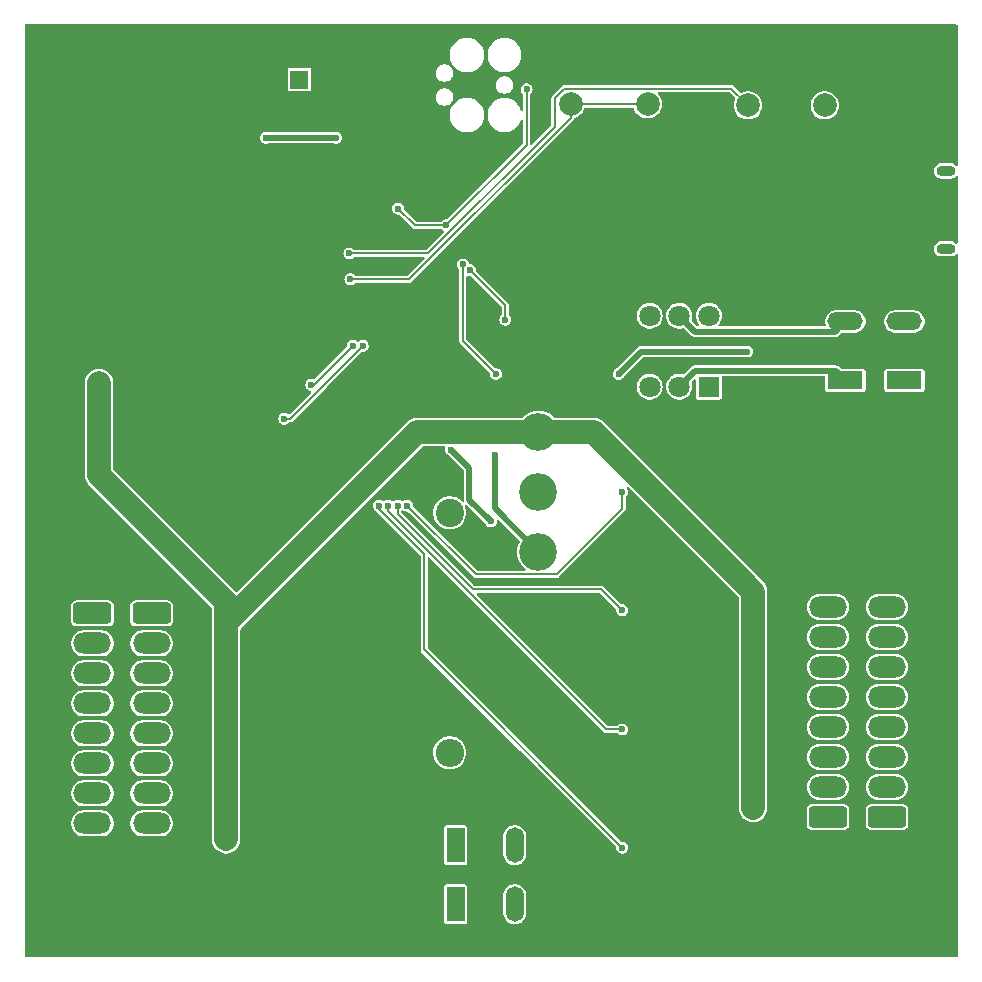
<source format=gbr>
%TF.GenerationSoftware,KiCad,Pcbnew,8.0.8+1*%
%TF.CreationDate,2025-03-01T17:33:29+00:00*%
%TF.ProjectId,dcclicht,6463636c-6963-4687-942e-6b696361645f,rev?*%
%TF.SameCoordinates,Original*%
%TF.FileFunction,Copper,L2,Bot*%
%TF.FilePolarity,Positive*%
%FSLAX46Y46*%
G04 Gerber Fmt 4.6, Leading zero omitted, Abs format (unit mm)*
G04 Created by KiCad (PCBNEW 8.0.8+1) date 2025-03-01 17:33:29*
%MOMM*%
%LPD*%
G01*
G04 APERTURE LIST*
G04 Aperture macros list*
%AMRoundRect*
0 Rectangle with rounded corners*
0 $1 Rounding radius*
0 $2 $3 $4 $5 $6 $7 $8 $9 X,Y pos of 4 corners*
0 Add a 4 corners polygon primitive as box body*
4,1,4,$2,$3,$4,$5,$6,$7,$8,$9,$2,$3,0*
0 Add four circle primitives for the rounded corners*
1,1,$1+$1,$2,$3*
1,1,$1+$1,$4,$5*
1,1,$1+$1,$6,$7*
1,1,$1+$1,$8,$9*
0 Add four rect primitives between the rounded corners*
20,1,$1+$1,$2,$3,$4,$5,0*
20,1,$1+$1,$4,$5,$6,$7,0*
20,1,$1+$1,$6,$7,$8,$9,0*
20,1,$1+$1,$8,$9,$2,$3,0*%
G04 Aperture macros list end*
%TA.AperFunction,ComponentPad*%
%ADD10C,5.500000*%
%TD*%
%TA.AperFunction,ComponentPad*%
%ADD11R,1.800000X1.800000*%
%TD*%
%TA.AperFunction,ComponentPad*%
%ADD12C,1.800000*%
%TD*%
%TA.AperFunction,ComponentPad*%
%ADD13RoundRect,0.250000X-1.350000X0.650000X-1.350000X-0.650000X1.350000X-0.650000X1.350000X0.650000X0*%
%TD*%
%TA.AperFunction,ComponentPad*%
%ADD14O,3.200000X1.800000*%
%TD*%
%TA.AperFunction,ComponentPad*%
%ADD15R,1.600000X1.600000*%
%TD*%
%TA.AperFunction,ComponentPad*%
%ADD16C,1.600000*%
%TD*%
%TA.AperFunction,ComponentPad*%
%ADD17R,3.000000X1.500000*%
%TD*%
%TA.AperFunction,ComponentPad*%
%ADD18O,3.000000X1.500000*%
%TD*%
%TA.AperFunction,ComponentPad*%
%ADD19C,2.400000*%
%TD*%
%TA.AperFunction,ComponentPad*%
%ADD20O,2.400000X2.400000*%
%TD*%
%TA.AperFunction,ComponentPad*%
%ADD21RoundRect,0.250000X1.350000X-0.650000X1.350000X0.650000X-1.350000X0.650000X-1.350000X-0.650000X0*%
%TD*%
%TA.AperFunction,ComponentPad*%
%ADD22C,2.000000*%
%TD*%
%TA.AperFunction,HeatsinkPad*%
%ADD23O,1.600000X0.900000*%
%TD*%
%TA.AperFunction,ComponentPad*%
%ADD24R,3.200000X3.200000*%
%TD*%
%TA.AperFunction,ComponentPad*%
%ADD25C,3.200000*%
%TD*%
%TA.AperFunction,ComponentPad*%
%ADD26R,1.500000X3.000000*%
%TD*%
%TA.AperFunction,ComponentPad*%
%ADD27O,1.500000X3.000000*%
%TD*%
%TA.AperFunction,ViaPad*%
%ADD28C,0.600000*%
%TD*%
%TA.AperFunction,ViaPad*%
%ADD29C,1.600000*%
%TD*%
%TA.AperFunction,Conductor*%
%ADD30C,2.000000*%
%TD*%
%TA.AperFunction,Conductor*%
%ADD31C,0.200000*%
%TD*%
%TA.AperFunction,Conductor*%
%ADD32C,0.500000*%
%TD*%
G04 APERTURE END LIST*
D10*
%TO.P,H101,1,1*%
%TO.N,GND*%
X114000000Y-64000000D03*
%TD*%
%TO.P,H103,1,1*%
%TO.N,GND*%
X186000000Y-136000000D03*
%TD*%
D11*
%TO.P,SW101,1,A*%
%TO.N,unconnected-(SW101-A-Pad1)*%
X168422500Y-91172500D03*
D12*
%TO.P,SW101,2,B*%
%TO.N,Net-(J103-Pin_1)*%
X165922500Y-91172500D03*
%TO.P,SW101,3,C*%
%TO.N,Net-(R112-Pad2)*%
X163422500Y-91172500D03*
%TO.P,SW101,4,A*%
%TO.N,unconnected-(SW101-A-Pad4)*%
X168422500Y-85172500D03*
%TO.P,SW101,5,B*%
%TO.N,Net-(J103-Pin_2)*%
X165922500Y-85172500D03*
%TO.P,SW101,6,C*%
%TO.N,Net-(R110-Pad1)*%
X163422500Y-85172500D03*
%TD*%
D13*
%TO.P,J202,1,Pin_1*%
%TO.N,/PWM/PWM8+*%
X121250000Y-110380000D03*
X116250000Y-110380000D03*
D14*
%TO.P,J202,2,Pin_2*%
%TO.N,/PWM/PWM8-*%
X121250000Y-112920000D03*
X116250000Y-112920000D03*
%TO.P,J202,3,Pin_3*%
%TO.N,/PWM/PWM7+*%
X121250000Y-115460000D03*
X116250000Y-115460000D03*
%TO.P,J202,4,Pin_4*%
%TO.N,/PWM/PWM7-*%
X121250000Y-118000000D03*
X116250000Y-118000000D03*
%TO.P,J202,5,Pin_5*%
%TO.N,/PWM/PWM6+*%
X121250000Y-120540000D03*
X116250000Y-120540000D03*
%TO.P,J202,6,Pin_6*%
%TO.N,/PWM/PWM6-*%
X121250000Y-123080000D03*
X116250000Y-123080000D03*
%TO.P,J202,7,Pin_7*%
%TO.N,/PWM/PWM5+*%
X121250000Y-125620000D03*
X116250000Y-125620000D03*
%TO.P,J202,8,Pin_8*%
%TO.N,/PWM/PWM5-*%
X121250000Y-128160000D03*
X116250000Y-128160000D03*
%TD*%
D15*
%TO.P,C110,1*%
%TO.N,+BATT*%
X133775000Y-65175000D03*
D16*
%TO.P,C110,2*%
%TO.N,GND*%
X137275000Y-65175000D03*
%TD*%
D17*
%TO.P,J103,1,Pin_1*%
%TO.N,Net-(J103-Pin_1)*%
X180000000Y-90650000D03*
X185000000Y-90650000D03*
D18*
%TO.P,J103,2,Pin_2*%
%TO.N,Net-(J103-Pin_2)*%
X180000000Y-85650000D03*
X185000000Y-85650000D03*
%TD*%
D19*
%TO.P,R108,1*%
%TO.N,Net-(Q101-E)*%
X146500000Y-101840000D03*
D20*
%TO.P,R108,2*%
%TO.N,Net-(D103-A)*%
X146500000Y-122160000D03*
%TD*%
D21*
%TO.P,J201,1,Pin_1*%
%TO.N,/PWM/PWM4+*%
X178517960Y-127610000D03*
X183517960Y-127610000D03*
D14*
%TO.P,J201,2,Pin_2*%
%TO.N,/PWM/PWM4-*%
X178517960Y-125070000D03*
X183517960Y-125070000D03*
%TO.P,J201,3,Pin_3*%
%TO.N,/PWM/PWM3+*%
X178517960Y-122530000D03*
X183517960Y-122530000D03*
%TO.P,J201,4,Pin_4*%
%TO.N,/PWM/PWM3-*%
X178517960Y-119990000D03*
X183517960Y-119990000D03*
%TO.P,J201,5,Pin_5*%
%TO.N,/PWM/PWM2+*%
X178517960Y-117450000D03*
X183517960Y-117450000D03*
%TO.P,J201,6,Pin_6*%
%TO.N,/PWM/PWM2-*%
X178517960Y-114910000D03*
X183517960Y-114910000D03*
%TO.P,J201,7,Pin_7*%
%TO.N,/PWM/PWM1+*%
X178517960Y-112370000D03*
X183517960Y-112370000D03*
%TO.P,J201,8,Pin_8*%
%TO.N,/PWM/PWM1-*%
X178517960Y-109830000D03*
X183517960Y-109830000D03*
%TD*%
D10*
%TO.P,H104,1,1*%
%TO.N,GND*%
X114000000Y-136000000D03*
%TD*%
D22*
%TO.P,SW103,1,1*%
%TO.N,GND*%
X171750000Y-62850000D03*
X178250000Y-62850000D03*
%TO.P,SW103,2,2*%
%TO.N,/BTN*%
X171750000Y-67350000D03*
X178250000Y-67350000D03*
%TD*%
D10*
%TO.P,H102,1,1*%
%TO.N,GND*%
X186000000Y-64000000D03*
%TD*%
D22*
%TO.P,SW102,1,1*%
%TO.N,GND*%
X156750000Y-62750000D03*
X163250000Y-62750000D03*
%TO.P,SW102,2,2*%
%TO.N,/~{RST}*%
X156750000Y-67250000D03*
X163250000Y-67250000D03*
%TD*%
D23*
%TO.P,J301,6,Shield*%
%TO.N,Net-(J301-Shield)*%
X188495000Y-79500000D03*
X188495000Y-72900000D03*
%TD*%
D24*
%TO.P,D102,1,+*%
%TO.N,GND*%
X154000000Y-110240000D03*
D25*
%TO.P,D102,2*%
%TO.N,Net-(D103-A)*%
X154000000Y-105160000D03*
%TO.P,D102,3*%
%TO.N,Net-(Q101-C)*%
X154000000Y-100080000D03*
%TO.P,D102,4,-*%
%TO.N,+15V*%
X154000000Y-95000000D03*
%TD*%
D26*
%TO.P,J101,1,Pin_1*%
%TO.N,Net-(D103-A)*%
X147000000Y-130000000D03*
X147000000Y-135000000D03*
D27*
%TO.P,J101,2,Pin_2*%
%TO.N,Net-(J101-Pin_2)*%
X152000000Y-130000000D03*
X152000000Y-135000000D03*
%TD*%
D28*
%TO.N,GND*%
X133125000Y-84975000D03*
X176750000Y-104250000D03*
X138250000Y-94000000D03*
X139000000Y-89750000D03*
X128500000Y-107500000D03*
X138700000Y-76500000D03*
X137000000Y-71600000D03*
X127600000Y-103400000D03*
X151900000Y-74400000D03*
X139600000Y-128700000D03*
X125000000Y-113600000D03*
X125250000Y-126250000D03*
X125750000Y-130000000D03*
X145250000Y-71750000D03*
X138500000Y-118300000D03*
X138750000Y-97000000D03*
X133400000Y-88300000D03*
X127250000Y-76500000D03*
X174500000Y-101750000D03*
X131900000Y-90000000D03*
X175000000Y-134000000D03*
X146000000Y-69000000D03*
X143500000Y-73750000D03*
X132175000Y-86275000D03*
X176750000Y-108250000D03*
X136500000Y-86250000D03*
X125000000Y-109600000D03*
X131500000Y-81500000D03*
X127500000Y-82250000D03*
X136000000Y-127800000D03*
X136500000Y-87500000D03*
X136500000Y-92250000D03*
X129400000Y-120000000D03*
X145000000Y-99500000D03*
X136500000Y-98250000D03*
X137700000Y-74400000D03*
X130000000Y-127000000D03*
X146800000Y-79500000D03*
X146750000Y-98250000D03*
X149400000Y-77000000D03*
X144500000Y-101250000D03*
X134700000Y-86900000D03*
X135100000Y-131300000D03*
X133900000Y-121600000D03*
X137400000Y-120600000D03*
X179000000Y-133000000D03*
X126000000Y-79250000D03*
X124800000Y-103800000D03*
X181000000Y-131000000D03*
X125500000Y-85000000D03*
D29*
%TO.N,+15V*%
X172200000Y-126825000D03*
X116800000Y-90850000D03*
X127567960Y-111200000D03*
X127567960Y-129500000D03*
X172200000Y-108525000D03*
D28*
%TO.N,+3V3*%
X130937651Y-70100000D03*
X153000000Y-66000000D03*
X142125000Y-76100000D03*
X136900000Y-70100000D03*
X146200000Y-77500000D03*
%TO.N,Net-(U105-SPLIT)*%
X171700000Y-88200000D03*
X160800000Y-90100000D03*
%TO.N,/~{RST}*%
X138079440Y-82079440D03*
%TO.N,/BTN*%
X138000000Y-79900000D03*
%TO.N,Net-(D103-A)*%
X150300000Y-97000000D03*
%TO.N,Net-(D103-K)*%
X149980331Y-102580331D03*
X146600000Y-96500000D03*
%TO.N,/PROBE*%
X134775000Y-91027308D03*
X138300000Y-87700000D03*
%TO.N,/ACK*%
X132500000Y-93900000D03*
X139125000Y-87723527D03*
%TO.N,/CAN_TX*%
X151200000Y-85500000D03*
X148246851Y-81325000D03*
%TO.N,/CAN_RX*%
X150400000Y-90100000D03*
X147606498Y-80825000D03*
%TO.N,/PWM/PWM1*%
X161100000Y-100100000D03*
X142900000Y-101250000D03*
%TO.N,/PWM/PWM2*%
X161100000Y-110100000D03*
X142100000Y-101250000D03*
%TO.N,/PWM/PWM3*%
X161100000Y-120200000D03*
X141300000Y-101250000D03*
%TO.N,/PWM/PWM4*%
X161100000Y-130200000D03*
X140500000Y-101250000D03*
%TD*%
D30*
%TO.N,+15V*%
X143767960Y-95000000D02*
X154000000Y-95000000D01*
X127567960Y-111200000D02*
X127567960Y-109417960D01*
X116800000Y-98650000D02*
X116800000Y-90850000D01*
X154000000Y-95000000D02*
X158675000Y-95000000D01*
X127567960Y-109417960D02*
X116800000Y-98650000D01*
X158675000Y-95000000D02*
X172200000Y-108525000D01*
X127567960Y-111200000D02*
X143767960Y-95000000D01*
X172200000Y-108525000D02*
X172200000Y-126825000D01*
X127567960Y-111200000D02*
X127567960Y-129500000D01*
D31*
%TO.N,+3V3*%
X143525000Y-77500000D02*
X142125000Y-76100000D01*
D32*
X136900000Y-70100000D02*
X130937651Y-70100000D01*
D31*
X146200000Y-77500000D02*
X143525000Y-77500000D01*
X153000000Y-70700000D02*
X153000000Y-66000000D01*
X146200000Y-77500000D02*
X153000000Y-70700000D01*
D32*
%TO.N,Net-(U105-SPLIT)*%
X162700000Y-88200000D02*
X171700000Y-88200000D01*
X160800000Y-90100000D02*
X162700000Y-88200000D01*
D31*
%TO.N,/~{RST}*%
X156750000Y-68398528D02*
X156750000Y-67250000D01*
X143069089Y-82079440D02*
X156750000Y-68398528D01*
X163250000Y-67250000D02*
X156750000Y-67250000D01*
X143069089Y-82079440D02*
X138079440Y-82079440D01*
%TO.N,/BTN*%
X155400000Y-69148529D02*
X155400000Y-66761522D01*
X138000000Y-79900000D02*
X144648529Y-79900000D01*
X155400000Y-66761522D02*
X156211522Y-65950000D01*
X144648529Y-79900000D02*
X155400000Y-69148529D01*
X170350000Y-65950000D02*
X171750000Y-67350000D01*
X156211522Y-65950000D02*
X170350000Y-65950000D01*
D32*
%TO.N,Net-(D103-A)*%
X150300000Y-101460000D02*
X154000000Y-105160000D01*
X150300000Y-97000000D02*
X150300000Y-101460000D01*
%TO.N,Net-(D103-K)*%
X146600000Y-96500000D02*
X148150000Y-98050000D01*
X148150000Y-100750000D02*
X149980331Y-102580331D01*
X148150000Y-98050000D02*
X148150000Y-100750000D01*
%TO.N,Net-(J103-Pin_2)*%
X180000000Y-85650000D02*
X179127500Y-86522500D01*
X179127500Y-86522500D02*
X167272500Y-86522500D01*
X167272500Y-86522500D02*
X165922500Y-85172500D01*
%TO.N,Net-(J103-Pin_1)*%
X179172500Y-89822500D02*
X180000000Y-90650000D01*
X165922500Y-91172500D02*
X167272500Y-89822500D01*
X167272500Y-89822500D02*
X179172500Y-89822500D01*
D31*
%TO.N,/PROBE*%
X138300000Y-87700000D02*
X134972692Y-91027308D01*
X134972692Y-91027308D02*
X134775000Y-91027308D01*
%TO.N,/ACK*%
X132500000Y-93900000D02*
X132948527Y-93900000D01*
X132948527Y-93900000D02*
X139125000Y-87723527D01*
%TO.N,/CAN_TX*%
X151200000Y-85500000D02*
X151200000Y-84278149D01*
X151200000Y-84278149D02*
X148246851Y-81325000D01*
%TO.N,/CAN_RX*%
X147606498Y-80825000D02*
X147606498Y-87306498D01*
X147606498Y-87306498D02*
X150400000Y-90100000D01*
%TO.N,/PWM/PWM1*%
X155540000Y-107060000D02*
X161100000Y-101500000D01*
X142900000Y-101250000D02*
X148710000Y-107060000D01*
X148710000Y-107060000D02*
X155540000Y-107060000D01*
X161100000Y-101500000D02*
X161100000Y-100100000D01*
%TO.N,/PWM/PWM2*%
X148471372Y-108340000D02*
X159340000Y-108340000D01*
X159340000Y-108340000D02*
X161100000Y-110100000D01*
X142100000Y-101968628D02*
X148471372Y-108340000D01*
X142100000Y-101250000D02*
X142100000Y-101968628D01*
%TO.N,/PWM/PWM3*%
X141300000Y-101250000D02*
X141300000Y-101734314D01*
X141300000Y-101734314D02*
X159765686Y-120200000D01*
X159765686Y-120200000D02*
X161100000Y-120200000D01*
%TO.N,/PWM/PWM4*%
X140500000Y-101250000D02*
X140500000Y-101500000D01*
X144325000Y-105325000D02*
X144325000Y-113425000D01*
X144325000Y-113425000D02*
X161100000Y-130200000D01*
X140500000Y-101500000D02*
X144325000Y-105325000D01*
%TD*%
%TA.AperFunction,Conductor*%
%TO.N,GND*%
G36*
X189458691Y-60519407D02*
G01*
X189494655Y-60568907D01*
X189499500Y-60599500D01*
X189499500Y-72395547D01*
X189480593Y-72453738D01*
X189431093Y-72489702D01*
X189369907Y-72489702D01*
X189330496Y-72465551D01*
X189259672Y-72394727D01*
X189259669Y-72394724D01*
X189217226Y-72366365D01*
X189153133Y-72323538D01*
X189153125Y-72323534D01*
X189034747Y-72274500D01*
X189034745Y-72274499D01*
X189034744Y-72274499D01*
X188909069Y-72249500D01*
X188080931Y-72249500D01*
X188080930Y-72249500D01*
X188018093Y-72261999D01*
X187955256Y-72274499D01*
X187955255Y-72274499D01*
X187955252Y-72274500D01*
X187836874Y-72323534D01*
X187836866Y-72323538D01*
X187730331Y-72394724D01*
X187730327Y-72394727D01*
X187639727Y-72485327D01*
X187639724Y-72485331D01*
X187568538Y-72591866D01*
X187568534Y-72591874D01*
X187519500Y-72710252D01*
X187519499Y-72710257D01*
X187494500Y-72835930D01*
X187494500Y-72964069D01*
X187519499Y-73089742D01*
X187519500Y-73089747D01*
X187568534Y-73208125D01*
X187568538Y-73208133D01*
X187611365Y-73272226D01*
X187639724Y-73314669D01*
X187730331Y-73405276D01*
X187793848Y-73447717D01*
X187836866Y-73476461D01*
X187836870Y-73476463D01*
X187836873Y-73476465D01*
X187955256Y-73525501D01*
X188080931Y-73550500D01*
X188080932Y-73550500D01*
X188909068Y-73550500D01*
X188909069Y-73550500D01*
X189034744Y-73525501D01*
X189153127Y-73476465D01*
X189259669Y-73405276D01*
X189330496Y-73334449D01*
X189385013Y-73306672D01*
X189445445Y-73316243D01*
X189488710Y-73359508D01*
X189499500Y-73404453D01*
X189499500Y-78995547D01*
X189480593Y-79053738D01*
X189431093Y-79089702D01*
X189369907Y-79089702D01*
X189330496Y-79065551D01*
X189259672Y-78994727D01*
X189259669Y-78994724D01*
X189217226Y-78966365D01*
X189153133Y-78923538D01*
X189153125Y-78923534D01*
X189034747Y-78874500D01*
X189034745Y-78874499D01*
X189034744Y-78874499D01*
X188909069Y-78849500D01*
X188080931Y-78849500D01*
X188080930Y-78849500D01*
X188018093Y-78861999D01*
X187955256Y-78874499D01*
X187955255Y-78874499D01*
X187955252Y-78874500D01*
X187836874Y-78923534D01*
X187836866Y-78923538D01*
X187730331Y-78994724D01*
X187730327Y-78994727D01*
X187639727Y-79085327D01*
X187639724Y-79085331D01*
X187568538Y-79191866D01*
X187568534Y-79191874D01*
X187519500Y-79310252D01*
X187519499Y-79310257D01*
X187494500Y-79435930D01*
X187494500Y-79564069D01*
X187519499Y-79689742D01*
X187519500Y-79689747D01*
X187568534Y-79808125D01*
X187568538Y-79808133D01*
X187611365Y-79872226D01*
X187639724Y-79914669D01*
X187730331Y-80005276D01*
X187793848Y-80047717D01*
X187836866Y-80076461D01*
X187836870Y-80076463D01*
X187836873Y-80076465D01*
X187955256Y-80125501D01*
X188080931Y-80150500D01*
X188080932Y-80150500D01*
X188909068Y-80150500D01*
X188909069Y-80150500D01*
X189034744Y-80125501D01*
X189153127Y-80076465D01*
X189259669Y-80005276D01*
X189330496Y-79934449D01*
X189385013Y-79906672D01*
X189445445Y-79916243D01*
X189488710Y-79959508D01*
X189499500Y-80004453D01*
X189499500Y-139400500D01*
X189480593Y-139458691D01*
X189431093Y-139494655D01*
X189400500Y-139499500D01*
X110599500Y-139499500D01*
X110541309Y-139480593D01*
X110505345Y-139431093D01*
X110500500Y-139400500D01*
X110500500Y-133480253D01*
X146049500Y-133480253D01*
X146049500Y-136519746D01*
X146049501Y-136519758D01*
X146061132Y-136578227D01*
X146061134Y-136578233D01*
X146070548Y-136592322D01*
X146105448Y-136644552D01*
X146171769Y-136688867D01*
X146216231Y-136697711D01*
X146230241Y-136700498D01*
X146230246Y-136700498D01*
X146230252Y-136700500D01*
X146230253Y-136700500D01*
X147769747Y-136700500D01*
X147769748Y-136700500D01*
X147828231Y-136688867D01*
X147894552Y-136644552D01*
X147938867Y-136578231D01*
X147950500Y-136519748D01*
X147950500Y-134156381D01*
X151049500Y-134156381D01*
X151049500Y-135843618D01*
X151086026Y-136027249D01*
X151157677Y-136200229D01*
X151157681Y-136200238D01*
X151232065Y-136311559D01*
X151261698Y-136355908D01*
X151394092Y-136488302D01*
X151460463Y-136532649D01*
X151549761Y-136592318D01*
X151549767Y-136592320D01*
X151549769Y-136592322D01*
X151722749Y-136663973D01*
X151906384Y-136700500D01*
X151906385Y-136700500D01*
X152093615Y-136700500D01*
X152093616Y-136700500D01*
X152277251Y-136663973D01*
X152450231Y-136592322D01*
X152450234Y-136592319D01*
X152450238Y-136592318D01*
X152495187Y-136562282D01*
X152605908Y-136488302D01*
X152738302Y-136355908D01*
X152812282Y-136245187D01*
X152842318Y-136200238D01*
X152842319Y-136200234D01*
X152842322Y-136200231D01*
X152913973Y-136027251D01*
X152950500Y-135843616D01*
X152950500Y-134156384D01*
X152913973Y-133972749D01*
X152842322Y-133799769D01*
X152842320Y-133799767D01*
X152842318Y-133799761D01*
X152782649Y-133710463D01*
X152738302Y-133644092D01*
X152605908Y-133511698D01*
X152558829Y-133480241D01*
X152450238Y-133407681D01*
X152450229Y-133407677D01*
X152277249Y-133336026D01*
X152093618Y-133299500D01*
X152093616Y-133299500D01*
X151906384Y-133299500D01*
X151906381Y-133299500D01*
X151722750Y-133336026D01*
X151549770Y-133407677D01*
X151549761Y-133407681D01*
X151394092Y-133511698D01*
X151394088Y-133511701D01*
X151261701Y-133644088D01*
X151261698Y-133644092D01*
X151157681Y-133799761D01*
X151157677Y-133799770D01*
X151086026Y-133972750D01*
X151049500Y-134156381D01*
X147950500Y-134156381D01*
X147950500Y-133480252D01*
X147938867Y-133421769D01*
X147894552Y-133355448D01*
X147865487Y-133336027D01*
X147828233Y-133311134D01*
X147828231Y-133311133D01*
X147828228Y-133311132D01*
X147828227Y-133311132D01*
X147769758Y-133299501D01*
X147769748Y-133299500D01*
X146230252Y-133299500D01*
X146230251Y-133299500D01*
X146230241Y-133299501D01*
X146171772Y-133311132D01*
X146171766Y-133311134D01*
X146105451Y-133355445D01*
X146105445Y-133355451D01*
X146061134Y-133421766D01*
X146061132Y-133421772D01*
X146049501Y-133480241D01*
X146049500Y-133480253D01*
X110500500Y-133480253D01*
X110500500Y-128073385D01*
X114449500Y-128073385D01*
X114449500Y-128246614D01*
X114476597Y-128417702D01*
X114476598Y-128417706D01*
X114530123Y-128582438D01*
X114530125Y-128582441D01*
X114595373Y-128710500D01*
X114608768Y-128736788D01*
X114710586Y-128876928D01*
X114833072Y-128999414D01*
X114973212Y-129101232D01*
X115127555Y-129179873D01*
X115127557Y-129179873D01*
X115127558Y-129179874D01*
X115127561Y-129179876D01*
X115292293Y-129233401D01*
X115292297Y-129233402D01*
X115463386Y-129260500D01*
X115463389Y-129260500D01*
X117036614Y-129260500D01*
X117207702Y-129233402D01*
X117207706Y-129233401D01*
X117372438Y-129179876D01*
X117372440Y-129179874D01*
X117372445Y-129179873D01*
X117526788Y-129101232D01*
X117666928Y-128999414D01*
X117789414Y-128876928D01*
X117891232Y-128736788D01*
X117969873Y-128582445D01*
X117969874Y-128582440D01*
X117969876Y-128582438D01*
X118023401Y-128417706D01*
X118023402Y-128417702D01*
X118050500Y-128246614D01*
X118050500Y-128073385D01*
X119449500Y-128073385D01*
X119449500Y-128246614D01*
X119476597Y-128417702D01*
X119476598Y-128417706D01*
X119530123Y-128582438D01*
X119530125Y-128582441D01*
X119595373Y-128710500D01*
X119608768Y-128736788D01*
X119710586Y-128876928D01*
X119833072Y-128999414D01*
X119973212Y-129101232D01*
X120127555Y-129179873D01*
X120127557Y-129179873D01*
X120127558Y-129179874D01*
X120127561Y-129179876D01*
X120292293Y-129233401D01*
X120292297Y-129233402D01*
X120463386Y-129260500D01*
X120463389Y-129260500D01*
X122036614Y-129260500D01*
X122207702Y-129233402D01*
X122207706Y-129233401D01*
X122372438Y-129179876D01*
X122372440Y-129179874D01*
X122372445Y-129179873D01*
X122526788Y-129101232D01*
X122666928Y-128999414D01*
X122789414Y-128876928D01*
X122891232Y-128736788D01*
X122969873Y-128582445D01*
X122969874Y-128582440D01*
X122969876Y-128582438D01*
X123023401Y-128417706D01*
X123023402Y-128417702D01*
X123050500Y-128246614D01*
X123050500Y-128073385D01*
X123023402Y-127902297D01*
X123023401Y-127902293D01*
X122969876Y-127737561D01*
X122969874Y-127737558D01*
X122969873Y-127737557D01*
X122969873Y-127737555D01*
X122891232Y-127583212D01*
X122789414Y-127443072D01*
X122666928Y-127320586D01*
X122526788Y-127218768D01*
X122526787Y-127218767D01*
X122526785Y-127218766D01*
X122372441Y-127140125D01*
X122372438Y-127140123D01*
X122207706Y-127086598D01*
X122207702Y-127086597D01*
X122036614Y-127059500D01*
X122036611Y-127059500D01*
X120463389Y-127059500D01*
X120463386Y-127059500D01*
X120292297Y-127086597D01*
X120292293Y-127086598D01*
X120127561Y-127140123D01*
X120127558Y-127140125D01*
X119973214Y-127218766D01*
X119833073Y-127320585D01*
X119710585Y-127443073D01*
X119608766Y-127583214D01*
X119530125Y-127737558D01*
X119530123Y-127737561D01*
X119476598Y-127902293D01*
X119476597Y-127902297D01*
X119449500Y-128073385D01*
X118050500Y-128073385D01*
X118023402Y-127902297D01*
X118023401Y-127902293D01*
X117969876Y-127737561D01*
X117969874Y-127737558D01*
X117969873Y-127737557D01*
X117969873Y-127737555D01*
X117891232Y-127583212D01*
X117789414Y-127443072D01*
X117666928Y-127320586D01*
X117526788Y-127218768D01*
X117526787Y-127218767D01*
X117526785Y-127218766D01*
X117372441Y-127140125D01*
X117372438Y-127140123D01*
X117207706Y-127086598D01*
X117207702Y-127086597D01*
X117036614Y-127059500D01*
X117036611Y-127059500D01*
X115463389Y-127059500D01*
X115463386Y-127059500D01*
X115292297Y-127086597D01*
X115292293Y-127086598D01*
X115127561Y-127140123D01*
X115127558Y-127140125D01*
X114973214Y-127218766D01*
X114833073Y-127320585D01*
X114710585Y-127443073D01*
X114608766Y-127583214D01*
X114530125Y-127737558D01*
X114530123Y-127737561D01*
X114476598Y-127902293D01*
X114476597Y-127902297D01*
X114449500Y-128073385D01*
X110500500Y-128073385D01*
X110500500Y-125533385D01*
X114449500Y-125533385D01*
X114449500Y-125706614D01*
X114476597Y-125877702D01*
X114476598Y-125877706D01*
X114530123Y-126042438D01*
X114530125Y-126042441D01*
X114595373Y-126170500D01*
X114608768Y-126196788D01*
X114710586Y-126336928D01*
X114833072Y-126459414D01*
X114973212Y-126561232D01*
X115127555Y-126639873D01*
X115127557Y-126639873D01*
X115127558Y-126639874D01*
X115127561Y-126639876D01*
X115292293Y-126693401D01*
X115292297Y-126693402D01*
X115463386Y-126720500D01*
X115463389Y-126720500D01*
X117036614Y-126720500D01*
X117207702Y-126693402D01*
X117207706Y-126693401D01*
X117372438Y-126639876D01*
X117372440Y-126639874D01*
X117372445Y-126639873D01*
X117526788Y-126561232D01*
X117666928Y-126459414D01*
X117789414Y-126336928D01*
X117891232Y-126196788D01*
X117969873Y-126042445D01*
X117969874Y-126042440D01*
X117969876Y-126042438D01*
X118023401Y-125877706D01*
X118023402Y-125877702D01*
X118050500Y-125706614D01*
X118050500Y-125533385D01*
X119449500Y-125533385D01*
X119449500Y-125706614D01*
X119476597Y-125877702D01*
X119476598Y-125877706D01*
X119530123Y-126042438D01*
X119530125Y-126042441D01*
X119595373Y-126170500D01*
X119608768Y-126196788D01*
X119710586Y-126336928D01*
X119833072Y-126459414D01*
X119973212Y-126561232D01*
X120127555Y-126639873D01*
X120127557Y-126639873D01*
X120127558Y-126639874D01*
X120127561Y-126639876D01*
X120292293Y-126693401D01*
X120292297Y-126693402D01*
X120463386Y-126720500D01*
X120463389Y-126720500D01*
X122036614Y-126720500D01*
X122207702Y-126693402D01*
X122207706Y-126693401D01*
X122372438Y-126639876D01*
X122372440Y-126639874D01*
X122372445Y-126639873D01*
X122526788Y-126561232D01*
X122666928Y-126459414D01*
X122789414Y-126336928D01*
X122891232Y-126196788D01*
X122969873Y-126042445D01*
X122969874Y-126042440D01*
X122969876Y-126042438D01*
X123023401Y-125877706D01*
X123023402Y-125877702D01*
X123050500Y-125706614D01*
X123050500Y-125533385D01*
X123023402Y-125362297D01*
X123023401Y-125362293D01*
X122969876Y-125197561D01*
X122969874Y-125197558D01*
X122969873Y-125197557D01*
X122969873Y-125197555D01*
X122891232Y-125043212D01*
X122789414Y-124903072D01*
X122666928Y-124780586D01*
X122526788Y-124678768D01*
X122526787Y-124678767D01*
X122526785Y-124678766D01*
X122372441Y-124600125D01*
X122372438Y-124600123D01*
X122207706Y-124546598D01*
X122207702Y-124546597D01*
X122036614Y-124519500D01*
X122036611Y-124519500D01*
X120463389Y-124519500D01*
X120463386Y-124519500D01*
X120292297Y-124546597D01*
X120292293Y-124546598D01*
X120127561Y-124600123D01*
X120127558Y-124600125D01*
X119973214Y-124678766D01*
X119833073Y-124780585D01*
X119710585Y-124903073D01*
X119608766Y-125043214D01*
X119530125Y-125197558D01*
X119530123Y-125197561D01*
X119476598Y-125362293D01*
X119476597Y-125362297D01*
X119449500Y-125533385D01*
X118050500Y-125533385D01*
X118023402Y-125362297D01*
X118023401Y-125362293D01*
X117969876Y-125197561D01*
X117969874Y-125197558D01*
X117969873Y-125197557D01*
X117969873Y-125197555D01*
X117891232Y-125043212D01*
X117789414Y-124903072D01*
X117666928Y-124780586D01*
X117526788Y-124678768D01*
X117526787Y-124678767D01*
X117526785Y-124678766D01*
X117372441Y-124600125D01*
X117372438Y-124600123D01*
X117207706Y-124546598D01*
X117207702Y-124546597D01*
X117036614Y-124519500D01*
X117036611Y-124519500D01*
X115463389Y-124519500D01*
X115463386Y-124519500D01*
X115292297Y-124546597D01*
X115292293Y-124546598D01*
X115127561Y-124600123D01*
X115127558Y-124600125D01*
X114973214Y-124678766D01*
X114833073Y-124780585D01*
X114710585Y-124903073D01*
X114608766Y-125043214D01*
X114530125Y-125197558D01*
X114530123Y-125197561D01*
X114476598Y-125362293D01*
X114476597Y-125362297D01*
X114449500Y-125533385D01*
X110500500Y-125533385D01*
X110500500Y-122993385D01*
X114449500Y-122993385D01*
X114449500Y-123166614D01*
X114476597Y-123337702D01*
X114476598Y-123337706D01*
X114530123Y-123502438D01*
X114530125Y-123502441D01*
X114595373Y-123630500D01*
X114608768Y-123656788D01*
X114710586Y-123796928D01*
X114833072Y-123919414D01*
X114973212Y-124021232D01*
X115127555Y-124099873D01*
X115127557Y-124099873D01*
X115127558Y-124099874D01*
X115127561Y-124099876D01*
X115292293Y-124153401D01*
X115292297Y-124153402D01*
X115463386Y-124180500D01*
X115463389Y-124180500D01*
X117036614Y-124180500D01*
X117207702Y-124153402D01*
X117207706Y-124153401D01*
X117372438Y-124099876D01*
X117372440Y-124099874D01*
X117372445Y-124099873D01*
X117526788Y-124021232D01*
X117666928Y-123919414D01*
X117789414Y-123796928D01*
X117891232Y-123656788D01*
X117969873Y-123502445D01*
X117969874Y-123502440D01*
X117969876Y-123502438D01*
X118023401Y-123337706D01*
X118023402Y-123337702D01*
X118050500Y-123166614D01*
X118050500Y-122993385D01*
X119449500Y-122993385D01*
X119449500Y-123166614D01*
X119476597Y-123337702D01*
X119476598Y-123337706D01*
X119530123Y-123502438D01*
X119530125Y-123502441D01*
X119595373Y-123630500D01*
X119608768Y-123656788D01*
X119710586Y-123796928D01*
X119833072Y-123919414D01*
X119973212Y-124021232D01*
X120127555Y-124099873D01*
X120127557Y-124099873D01*
X120127558Y-124099874D01*
X120127561Y-124099876D01*
X120292293Y-124153401D01*
X120292297Y-124153402D01*
X120463386Y-124180500D01*
X120463389Y-124180500D01*
X122036614Y-124180500D01*
X122207702Y-124153402D01*
X122207706Y-124153401D01*
X122372438Y-124099876D01*
X122372440Y-124099874D01*
X122372445Y-124099873D01*
X122526788Y-124021232D01*
X122666928Y-123919414D01*
X122789414Y-123796928D01*
X122891232Y-123656788D01*
X122969873Y-123502445D01*
X122969874Y-123502440D01*
X122969876Y-123502438D01*
X123023401Y-123337706D01*
X123023402Y-123337702D01*
X123050500Y-123166614D01*
X123050500Y-122993385D01*
X123023402Y-122822297D01*
X123023401Y-122822293D01*
X122969876Y-122657561D01*
X122969874Y-122657558D01*
X122969873Y-122657557D01*
X122969873Y-122657555D01*
X122891232Y-122503212D01*
X122789414Y-122363072D01*
X122666928Y-122240586D01*
X122526788Y-122138768D01*
X122526787Y-122138767D01*
X122526785Y-122138766D01*
X122372441Y-122060125D01*
X122372438Y-122060123D01*
X122207706Y-122006598D01*
X122207702Y-122006597D01*
X122036614Y-121979500D01*
X122036611Y-121979500D01*
X120463389Y-121979500D01*
X120463386Y-121979500D01*
X120292297Y-122006597D01*
X120292293Y-122006598D01*
X120127561Y-122060123D01*
X120127558Y-122060125D01*
X119973214Y-122138766D01*
X119833073Y-122240585D01*
X119710585Y-122363073D01*
X119608766Y-122503214D01*
X119530125Y-122657558D01*
X119530123Y-122657561D01*
X119476598Y-122822293D01*
X119476597Y-122822297D01*
X119449500Y-122993385D01*
X118050500Y-122993385D01*
X118023402Y-122822297D01*
X118023401Y-122822293D01*
X117969876Y-122657561D01*
X117969874Y-122657558D01*
X117969873Y-122657557D01*
X117969873Y-122657555D01*
X117891232Y-122503212D01*
X117789414Y-122363072D01*
X117666928Y-122240586D01*
X117526788Y-122138768D01*
X117526787Y-122138767D01*
X117526785Y-122138766D01*
X117372441Y-122060125D01*
X117372438Y-122060123D01*
X117207706Y-122006598D01*
X117207702Y-122006597D01*
X117036614Y-121979500D01*
X117036611Y-121979500D01*
X115463389Y-121979500D01*
X115463386Y-121979500D01*
X115292297Y-122006597D01*
X115292293Y-122006598D01*
X115127561Y-122060123D01*
X115127558Y-122060125D01*
X114973214Y-122138766D01*
X114833073Y-122240585D01*
X114710585Y-122363073D01*
X114608766Y-122503214D01*
X114530125Y-122657558D01*
X114530123Y-122657561D01*
X114476598Y-122822293D01*
X114476597Y-122822297D01*
X114449500Y-122993385D01*
X110500500Y-122993385D01*
X110500500Y-120453385D01*
X114449500Y-120453385D01*
X114449500Y-120626614D01*
X114476597Y-120797702D01*
X114476598Y-120797706D01*
X114530123Y-120962438D01*
X114530125Y-120962441D01*
X114595373Y-121090500D01*
X114608768Y-121116788D01*
X114710586Y-121256928D01*
X114833072Y-121379414D01*
X114973212Y-121481232D01*
X115127555Y-121559873D01*
X115127557Y-121559873D01*
X115127558Y-121559874D01*
X115127561Y-121559876D01*
X115292293Y-121613401D01*
X115292297Y-121613402D01*
X115463386Y-121640500D01*
X115463389Y-121640500D01*
X117036614Y-121640500D01*
X117207702Y-121613402D01*
X117207706Y-121613401D01*
X117372438Y-121559876D01*
X117372440Y-121559874D01*
X117372445Y-121559873D01*
X117526788Y-121481232D01*
X117666928Y-121379414D01*
X117789414Y-121256928D01*
X117891232Y-121116788D01*
X117969873Y-120962445D01*
X117969874Y-120962440D01*
X117969876Y-120962438D01*
X118023401Y-120797706D01*
X118023402Y-120797702D01*
X118050500Y-120626614D01*
X118050500Y-120453385D01*
X119449500Y-120453385D01*
X119449500Y-120626614D01*
X119476597Y-120797702D01*
X119476598Y-120797706D01*
X119530123Y-120962438D01*
X119530125Y-120962441D01*
X119595373Y-121090500D01*
X119608768Y-121116788D01*
X119710586Y-121256928D01*
X119833072Y-121379414D01*
X119973212Y-121481232D01*
X120127555Y-121559873D01*
X120127557Y-121559873D01*
X120127558Y-121559874D01*
X120127561Y-121559876D01*
X120292293Y-121613401D01*
X120292297Y-121613402D01*
X120463386Y-121640500D01*
X120463389Y-121640500D01*
X122036614Y-121640500D01*
X122207702Y-121613402D01*
X122207706Y-121613401D01*
X122372438Y-121559876D01*
X122372440Y-121559874D01*
X122372445Y-121559873D01*
X122526788Y-121481232D01*
X122666928Y-121379414D01*
X122789414Y-121256928D01*
X122891232Y-121116788D01*
X122969873Y-120962445D01*
X122969874Y-120962440D01*
X122969876Y-120962438D01*
X123023401Y-120797706D01*
X123023402Y-120797702D01*
X123050500Y-120626614D01*
X123050500Y-120453385D01*
X123023402Y-120282297D01*
X123023401Y-120282293D01*
X122969876Y-120117561D01*
X122969874Y-120117558D01*
X122969873Y-120117557D01*
X122969873Y-120117555D01*
X122891232Y-119963212D01*
X122789414Y-119823072D01*
X122666928Y-119700586D01*
X122526788Y-119598768D01*
X122526787Y-119598767D01*
X122526785Y-119598766D01*
X122372441Y-119520125D01*
X122372438Y-119520123D01*
X122207706Y-119466598D01*
X122207702Y-119466597D01*
X122036614Y-119439500D01*
X122036611Y-119439500D01*
X120463389Y-119439500D01*
X120463386Y-119439500D01*
X120292297Y-119466597D01*
X120292293Y-119466598D01*
X120127561Y-119520123D01*
X120127558Y-119520125D01*
X119973214Y-119598766D01*
X119833073Y-119700585D01*
X119710585Y-119823073D01*
X119608766Y-119963214D01*
X119530125Y-120117558D01*
X119530123Y-120117561D01*
X119476598Y-120282293D01*
X119476597Y-120282297D01*
X119449500Y-120453385D01*
X118050500Y-120453385D01*
X118023402Y-120282297D01*
X118023401Y-120282293D01*
X117969876Y-120117561D01*
X117969874Y-120117558D01*
X117969873Y-120117557D01*
X117969873Y-120117555D01*
X117891232Y-119963212D01*
X117789414Y-119823072D01*
X117666928Y-119700586D01*
X117526788Y-119598768D01*
X117526787Y-119598767D01*
X117526785Y-119598766D01*
X117372441Y-119520125D01*
X117372438Y-119520123D01*
X117207706Y-119466598D01*
X117207702Y-119466597D01*
X117036614Y-119439500D01*
X117036611Y-119439500D01*
X115463389Y-119439500D01*
X115463386Y-119439500D01*
X115292297Y-119466597D01*
X115292293Y-119466598D01*
X115127561Y-119520123D01*
X115127558Y-119520125D01*
X114973214Y-119598766D01*
X114833073Y-119700585D01*
X114710585Y-119823073D01*
X114608766Y-119963214D01*
X114530125Y-120117558D01*
X114530123Y-120117561D01*
X114476598Y-120282293D01*
X114476597Y-120282297D01*
X114449500Y-120453385D01*
X110500500Y-120453385D01*
X110500500Y-117913385D01*
X114449500Y-117913385D01*
X114449500Y-118086614D01*
X114476597Y-118257702D01*
X114476598Y-118257706D01*
X114530123Y-118422438D01*
X114530125Y-118422441D01*
X114595373Y-118550500D01*
X114608768Y-118576788D01*
X114710586Y-118716928D01*
X114833072Y-118839414D01*
X114973212Y-118941232D01*
X115127555Y-119019873D01*
X115127557Y-119019873D01*
X115127558Y-119019874D01*
X115127561Y-119019876D01*
X115292293Y-119073401D01*
X115292297Y-119073402D01*
X115463386Y-119100500D01*
X115463389Y-119100500D01*
X117036614Y-119100500D01*
X117207702Y-119073402D01*
X117207706Y-119073401D01*
X117372438Y-119019876D01*
X117372440Y-119019874D01*
X117372445Y-119019873D01*
X117526788Y-118941232D01*
X117666928Y-118839414D01*
X117789414Y-118716928D01*
X117891232Y-118576788D01*
X117969873Y-118422445D01*
X117969874Y-118422440D01*
X117969876Y-118422438D01*
X118023401Y-118257706D01*
X118023402Y-118257702D01*
X118050500Y-118086614D01*
X118050500Y-117913385D01*
X119449500Y-117913385D01*
X119449500Y-118086614D01*
X119476597Y-118257702D01*
X119476598Y-118257706D01*
X119530123Y-118422438D01*
X119530125Y-118422441D01*
X119595373Y-118550500D01*
X119608768Y-118576788D01*
X119710586Y-118716928D01*
X119833072Y-118839414D01*
X119973212Y-118941232D01*
X120127555Y-119019873D01*
X120127557Y-119019873D01*
X120127558Y-119019874D01*
X120127561Y-119019876D01*
X120292293Y-119073401D01*
X120292297Y-119073402D01*
X120463386Y-119100500D01*
X120463389Y-119100500D01*
X122036614Y-119100500D01*
X122207702Y-119073402D01*
X122207706Y-119073401D01*
X122372438Y-119019876D01*
X122372440Y-119019874D01*
X122372445Y-119019873D01*
X122526788Y-118941232D01*
X122666928Y-118839414D01*
X122789414Y-118716928D01*
X122891232Y-118576788D01*
X122969873Y-118422445D01*
X122969874Y-118422440D01*
X122969876Y-118422438D01*
X123023401Y-118257706D01*
X123023402Y-118257702D01*
X123050500Y-118086614D01*
X123050500Y-117913385D01*
X123023402Y-117742297D01*
X123023401Y-117742293D01*
X122969876Y-117577561D01*
X122969874Y-117577558D01*
X122969873Y-117577557D01*
X122969873Y-117577555D01*
X122891232Y-117423212D01*
X122789414Y-117283072D01*
X122666928Y-117160586D01*
X122526788Y-117058768D01*
X122526787Y-117058767D01*
X122526785Y-117058766D01*
X122372441Y-116980125D01*
X122372438Y-116980123D01*
X122207706Y-116926598D01*
X122207702Y-116926597D01*
X122036614Y-116899500D01*
X122036611Y-116899500D01*
X120463389Y-116899500D01*
X120463386Y-116899500D01*
X120292297Y-116926597D01*
X120292293Y-116926598D01*
X120127561Y-116980123D01*
X120127558Y-116980125D01*
X119973214Y-117058766D01*
X119833073Y-117160585D01*
X119710585Y-117283073D01*
X119608766Y-117423214D01*
X119530125Y-117577558D01*
X119530123Y-117577561D01*
X119476598Y-117742293D01*
X119476597Y-117742297D01*
X119449500Y-117913385D01*
X118050500Y-117913385D01*
X118023402Y-117742297D01*
X118023401Y-117742293D01*
X117969876Y-117577561D01*
X117969874Y-117577558D01*
X117969873Y-117577557D01*
X117969873Y-117577555D01*
X117891232Y-117423212D01*
X117789414Y-117283072D01*
X117666928Y-117160586D01*
X117526788Y-117058768D01*
X117526787Y-117058767D01*
X117526785Y-117058766D01*
X117372441Y-116980125D01*
X117372438Y-116980123D01*
X117207706Y-116926598D01*
X117207702Y-116926597D01*
X117036614Y-116899500D01*
X117036611Y-116899500D01*
X115463389Y-116899500D01*
X115463386Y-116899500D01*
X115292297Y-116926597D01*
X115292293Y-116926598D01*
X115127561Y-116980123D01*
X115127558Y-116980125D01*
X114973214Y-117058766D01*
X114833073Y-117160585D01*
X114710585Y-117283073D01*
X114608766Y-117423214D01*
X114530125Y-117577558D01*
X114530123Y-117577561D01*
X114476598Y-117742293D01*
X114476597Y-117742297D01*
X114449500Y-117913385D01*
X110500500Y-117913385D01*
X110500500Y-115373385D01*
X114449500Y-115373385D01*
X114449500Y-115546614D01*
X114476597Y-115717702D01*
X114476598Y-115717706D01*
X114530123Y-115882438D01*
X114530125Y-115882441D01*
X114595373Y-116010500D01*
X114608768Y-116036788D01*
X114710586Y-116176928D01*
X114833072Y-116299414D01*
X114973212Y-116401232D01*
X115127555Y-116479873D01*
X115127557Y-116479873D01*
X115127558Y-116479874D01*
X115127561Y-116479876D01*
X115292293Y-116533401D01*
X115292297Y-116533402D01*
X115463386Y-116560500D01*
X115463389Y-116560500D01*
X117036614Y-116560500D01*
X117207702Y-116533402D01*
X117207706Y-116533401D01*
X117372438Y-116479876D01*
X117372440Y-116479874D01*
X117372445Y-116479873D01*
X117526788Y-116401232D01*
X117666928Y-116299414D01*
X117789414Y-116176928D01*
X117891232Y-116036788D01*
X117969873Y-115882445D01*
X117969874Y-115882440D01*
X117969876Y-115882438D01*
X118023401Y-115717706D01*
X118023402Y-115717702D01*
X118050500Y-115546614D01*
X118050500Y-115373385D01*
X119449500Y-115373385D01*
X119449500Y-115546614D01*
X119476597Y-115717702D01*
X119476598Y-115717706D01*
X119530123Y-115882438D01*
X119530125Y-115882441D01*
X119595373Y-116010500D01*
X119608768Y-116036788D01*
X119710586Y-116176928D01*
X119833072Y-116299414D01*
X119973212Y-116401232D01*
X120127555Y-116479873D01*
X120127557Y-116479873D01*
X120127558Y-116479874D01*
X120127561Y-116479876D01*
X120292293Y-116533401D01*
X120292297Y-116533402D01*
X120463386Y-116560500D01*
X120463389Y-116560500D01*
X122036614Y-116560500D01*
X122207702Y-116533402D01*
X122207706Y-116533401D01*
X122372438Y-116479876D01*
X122372440Y-116479874D01*
X122372445Y-116479873D01*
X122526788Y-116401232D01*
X122666928Y-116299414D01*
X122789414Y-116176928D01*
X122891232Y-116036788D01*
X122969873Y-115882445D01*
X122969874Y-115882440D01*
X122969876Y-115882438D01*
X123023401Y-115717706D01*
X123023402Y-115717702D01*
X123050500Y-115546614D01*
X123050500Y-115373385D01*
X123023402Y-115202297D01*
X123023401Y-115202293D01*
X122969876Y-115037561D01*
X122969874Y-115037558D01*
X122969873Y-115037557D01*
X122969873Y-115037555D01*
X122891232Y-114883212D01*
X122789414Y-114743072D01*
X122666928Y-114620586D01*
X122526788Y-114518768D01*
X122526787Y-114518767D01*
X122526785Y-114518766D01*
X122372441Y-114440125D01*
X122372438Y-114440123D01*
X122207706Y-114386598D01*
X122207702Y-114386597D01*
X122036614Y-114359500D01*
X122036611Y-114359500D01*
X120463389Y-114359500D01*
X120463386Y-114359500D01*
X120292297Y-114386597D01*
X120292293Y-114386598D01*
X120127561Y-114440123D01*
X120127558Y-114440125D01*
X119973214Y-114518766D01*
X119833073Y-114620585D01*
X119710585Y-114743073D01*
X119608766Y-114883214D01*
X119530125Y-115037558D01*
X119530123Y-115037561D01*
X119476598Y-115202293D01*
X119476597Y-115202297D01*
X119449500Y-115373385D01*
X118050500Y-115373385D01*
X118023402Y-115202297D01*
X118023401Y-115202293D01*
X117969876Y-115037561D01*
X117969874Y-115037558D01*
X117969873Y-115037557D01*
X117969873Y-115037555D01*
X117891232Y-114883212D01*
X117789414Y-114743072D01*
X117666928Y-114620586D01*
X117526788Y-114518768D01*
X117526787Y-114518767D01*
X117526785Y-114518766D01*
X117372441Y-114440125D01*
X117372438Y-114440123D01*
X117207706Y-114386598D01*
X117207702Y-114386597D01*
X117036614Y-114359500D01*
X117036611Y-114359500D01*
X115463389Y-114359500D01*
X115463386Y-114359500D01*
X115292297Y-114386597D01*
X115292293Y-114386598D01*
X115127561Y-114440123D01*
X115127558Y-114440125D01*
X114973214Y-114518766D01*
X114833073Y-114620585D01*
X114710585Y-114743073D01*
X114608766Y-114883214D01*
X114530125Y-115037558D01*
X114530123Y-115037561D01*
X114476598Y-115202293D01*
X114476597Y-115202297D01*
X114449500Y-115373385D01*
X110500500Y-115373385D01*
X110500500Y-112833385D01*
X114449500Y-112833385D01*
X114449500Y-113006614D01*
X114476597Y-113177702D01*
X114476598Y-113177706D01*
X114530123Y-113342438D01*
X114530125Y-113342441D01*
X114595373Y-113470500D01*
X114608768Y-113496788D01*
X114710586Y-113636928D01*
X114833072Y-113759414D01*
X114973212Y-113861232D01*
X115127555Y-113939873D01*
X115127557Y-113939873D01*
X115127558Y-113939874D01*
X115127561Y-113939876D01*
X115292293Y-113993401D01*
X115292297Y-113993402D01*
X115463386Y-114020500D01*
X115463389Y-114020500D01*
X117036614Y-114020500D01*
X117207702Y-113993402D01*
X117207706Y-113993401D01*
X117372438Y-113939876D01*
X117372440Y-113939874D01*
X117372445Y-113939873D01*
X117526788Y-113861232D01*
X117666928Y-113759414D01*
X117789414Y-113636928D01*
X117891232Y-113496788D01*
X117969873Y-113342445D01*
X117969874Y-113342440D01*
X117969876Y-113342438D01*
X118023401Y-113177706D01*
X118023402Y-113177702D01*
X118050500Y-113006614D01*
X118050500Y-112833385D01*
X119449500Y-112833385D01*
X119449500Y-113006614D01*
X119476597Y-113177702D01*
X119476598Y-113177706D01*
X119530123Y-113342438D01*
X119530125Y-113342441D01*
X119595373Y-113470500D01*
X119608768Y-113496788D01*
X119710586Y-113636928D01*
X119833072Y-113759414D01*
X119973212Y-113861232D01*
X120127555Y-113939873D01*
X120127557Y-113939873D01*
X120127558Y-113939874D01*
X120127561Y-113939876D01*
X120292293Y-113993401D01*
X120292297Y-113993402D01*
X120463386Y-114020500D01*
X120463389Y-114020500D01*
X122036614Y-114020500D01*
X122207702Y-113993402D01*
X122207706Y-113993401D01*
X122372438Y-113939876D01*
X122372440Y-113939874D01*
X122372445Y-113939873D01*
X122526788Y-113861232D01*
X122666928Y-113759414D01*
X122789414Y-113636928D01*
X122891232Y-113496788D01*
X122969873Y-113342445D01*
X122969874Y-113342440D01*
X122969876Y-113342438D01*
X123023401Y-113177706D01*
X123023402Y-113177702D01*
X123050500Y-113006614D01*
X123050500Y-112833385D01*
X123023402Y-112662297D01*
X123023401Y-112662293D01*
X122969876Y-112497561D01*
X122969874Y-112497558D01*
X122969873Y-112497557D01*
X122969873Y-112497555D01*
X122891232Y-112343212D01*
X122789414Y-112203072D01*
X122666928Y-112080586D01*
X122526788Y-111978768D01*
X122526787Y-111978767D01*
X122526785Y-111978766D01*
X122372441Y-111900125D01*
X122372438Y-111900123D01*
X122207706Y-111846598D01*
X122207702Y-111846597D01*
X122036614Y-111819500D01*
X122036611Y-111819500D01*
X120463389Y-111819500D01*
X120463386Y-111819500D01*
X120292297Y-111846597D01*
X120292293Y-111846598D01*
X120127561Y-111900123D01*
X120127558Y-111900125D01*
X119973214Y-111978766D01*
X119833073Y-112080585D01*
X119710585Y-112203073D01*
X119608766Y-112343214D01*
X119530125Y-112497558D01*
X119530123Y-112497561D01*
X119476598Y-112662293D01*
X119476597Y-112662297D01*
X119449500Y-112833385D01*
X118050500Y-112833385D01*
X118023402Y-112662297D01*
X118023401Y-112662293D01*
X117969876Y-112497561D01*
X117969874Y-112497558D01*
X117969873Y-112497557D01*
X117969873Y-112497555D01*
X117891232Y-112343212D01*
X117789414Y-112203072D01*
X117666928Y-112080586D01*
X117526788Y-111978768D01*
X117526787Y-111978767D01*
X117526785Y-111978766D01*
X117372441Y-111900125D01*
X117372438Y-111900123D01*
X117207706Y-111846598D01*
X117207702Y-111846597D01*
X117036614Y-111819500D01*
X117036611Y-111819500D01*
X115463389Y-111819500D01*
X115463386Y-111819500D01*
X115292297Y-111846597D01*
X115292293Y-111846598D01*
X115127561Y-111900123D01*
X115127558Y-111900125D01*
X114973214Y-111978766D01*
X114833073Y-112080585D01*
X114710585Y-112203073D01*
X114608766Y-112343214D01*
X114530125Y-112497558D01*
X114530123Y-112497561D01*
X114476598Y-112662293D01*
X114476597Y-112662297D01*
X114449500Y-112833385D01*
X110500500Y-112833385D01*
X110500500Y-109675725D01*
X114449500Y-109675725D01*
X114449500Y-111084274D01*
X114452353Y-111114694D01*
X114452355Y-111114703D01*
X114497207Y-111242883D01*
X114577845Y-111352144D01*
X114577847Y-111352146D01*
X114577850Y-111352150D01*
X114577853Y-111352152D01*
X114577855Y-111352154D01*
X114687116Y-111432792D01*
X114687117Y-111432792D01*
X114687118Y-111432793D01*
X114815301Y-111477646D01*
X114845725Y-111480499D01*
X114845727Y-111480500D01*
X114845734Y-111480500D01*
X117654273Y-111480500D01*
X117654273Y-111480499D01*
X117684699Y-111477646D01*
X117812882Y-111432793D01*
X117922150Y-111352150D01*
X118002793Y-111242882D01*
X118047646Y-111114699D01*
X118050499Y-111084273D01*
X118050500Y-111084273D01*
X118050500Y-109675727D01*
X118050499Y-109675725D01*
X119449500Y-109675725D01*
X119449500Y-111084274D01*
X119452353Y-111114694D01*
X119452355Y-111114703D01*
X119497207Y-111242883D01*
X119577845Y-111352144D01*
X119577847Y-111352146D01*
X119577850Y-111352150D01*
X119577853Y-111352152D01*
X119577855Y-111352154D01*
X119687116Y-111432792D01*
X119687117Y-111432792D01*
X119687118Y-111432793D01*
X119815301Y-111477646D01*
X119845725Y-111480499D01*
X119845727Y-111480500D01*
X119845734Y-111480500D01*
X122654273Y-111480500D01*
X122654273Y-111480499D01*
X122684699Y-111477646D01*
X122812882Y-111432793D01*
X122922150Y-111352150D01*
X123002793Y-111242882D01*
X123047646Y-111114699D01*
X123050499Y-111084273D01*
X123050500Y-111084273D01*
X123050500Y-109675727D01*
X123050499Y-109675725D01*
X123047646Y-109645305D01*
X123047646Y-109645301D01*
X123002793Y-109517118D01*
X122922150Y-109407850D01*
X122922146Y-109407847D01*
X122922144Y-109407845D01*
X122812883Y-109327207D01*
X122684703Y-109282355D01*
X122684694Y-109282353D01*
X122654274Y-109279500D01*
X122654266Y-109279500D01*
X119845734Y-109279500D01*
X119845725Y-109279500D01*
X119815305Y-109282353D01*
X119815296Y-109282355D01*
X119687116Y-109327207D01*
X119577855Y-109407845D01*
X119577845Y-109407855D01*
X119497207Y-109517116D01*
X119452355Y-109645296D01*
X119452353Y-109645305D01*
X119449500Y-109675725D01*
X118050499Y-109675725D01*
X118047646Y-109645305D01*
X118047646Y-109645301D01*
X118002793Y-109517118D01*
X117922150Y-109407850D01*
X117922146Y-109407847D01*
X117922144Y-109407845D01*
X117812883Y-109327207D01*
X117684703Y-109282355D01*
X117684694Y-109282353D01*
X117654274Y-109279500D01*
X117654266Y-109279500D01*
X114845734Y-109279500D01*
X114845725Y-109279500D01*
X114815305Y-109282353D01*
X114815296Y-109282355D01*
X114687116Y-109327207D01*
X114577855Y-109407845D01*
X114577845Y-109407855D01*
X114497207Y-109517116D01*
X114452355Y-109645296D01*
X114452353Y-109645305D01*
X114449500Y-109675725D01*
X110500500Y-109675725D01*
X110500500Y-90755515D01*
X115599500Y-90755515D01*
X115599500Y-98744484D01*
X115629058Y-98931113D01*
X115629060Y-98931118D01*
X115687453Y-99110832D01*
X115773240Y-99279199D01*
X115884310Y-99432074D01*
X126338465Y-109886229D01*
X126366241Y-109940744D01*
X126367460Y-109956231D01*
X126367460Y-129594484D01*
X126397018Y-129781113D01*
X126455413Y-129960832D01*
X126504689Y-130057543D01*
X126541200Y-130129199D01*
X126652270Y-130282073D01*
X126785887Y-130415690D01*
X126938761Y-130526760D01*
X127107128Y-130612547D01*
X127286842Y-130670940D01*
X127286843Y-130670940D01*
X127286846Y-130670941D01*
X127473476Y-130700500D01*
X127473479Y-130700500D01*
X127662444Y-130700500D01*
X127849073Y-130670941D01*
X127849074Y-130670940D01*
X127849078Y-130670940D01*
X128028792Y-130612547D01*
X128197159Y-130526760D01*
X128350033Y-130415690D01*
X128483650Y-130282073D01*
X128594720Y-130129199D01*
X128680507Y-129960832D01*
X128738900Y-129781118D01*
X128751827Y-129699500D01*
X128768460Y-129594484D01*
X128768460Y-128480253D01*
X146049500Y-128480253D01*
X146049500Y-131519746D01*
X146049501Y-131519758D01*
X146061132Y-131578227D01*
X146061134Y-131578233D01*
X146070548Y-131592322D01*
X146105448Y-131644552D01*
X146171769Y-131688867D01*
X146216231Y-131697711D01*
X146230241Y-131700498D01*
X146230246Y-131700498D01*
X146230252Y-131700500D01*
X146230253Y-131700500D01*
X147769747Y-131700500D01*
X147769748Y-131700500D01*
X147828231Y-131688867D01*
X147894552Y-131644552D01*
X147938867Y-131578231D01*
X147950500Y-131519748D01*
X147950500Y-129156381D01*
X151049500Y-129156381D01*
X151049500Y-130843618D01*
X151086026Y-131027249D01*
X151157677Y-131200229D01*
X151157681Y-131200238D01*
X151232065Y-131311559D01*
X151261698Y-131355908D01*
X151394092Y-131488302D01*
X151460463Y-131532649D01*
X151549761Y-131592318D01*
X151549767Y-131592320D01*
X151549769Y-131592322D01*
X151722749Y-131663973D01*
X151906384Y-131700500D01*
X151906385Y-131700500D01*
X152093615Y-131700500D01*
X152093616Y-131700500D01*
X152277251Y-131663973D01*
X152450231Y-131592322D01*
X152450234Y-131592319D01*
X152450238Y-131592318D01*
X152495187Y-131562282D01*
X152605908Y-131488302D01*
X152738302Y-131355908D01*
X152812282Y-131245187D01*
X152842318Y-131200238D01*
X152842319Y-131200234D01*
X152842322Y-131200231D01*
X152913973Y-131027251D01*
X152950500Y-130843616D01*
X152950500Y-129156384D01*
X152913973Y-128972749D01*
X152842322Y-128799769D01*
X152842320Y-128799767D01*
X152842318Y-128799761D01*
X152780766Y-128707644D01*
X152738302Y-128644092D01*
X152605908Y-128511698D01*
X152558829Y-128480241D01*
X152450238Y-128407681D01*
X152450229Y-128407677D01*
X152277249Y-128336026D01*
X152093618Y-128299500D01*
X152093616Y-128299500D01*
X151906384Y-128299500D01*
X151906381Y-128299500D01*
X151722750Y-128336026D01*
X151549770Y-128407677D01*
X151549761Y-128407681D01*
X151394092Y-128511698D01*
X151394088Y-128511701D01*
X151261701Y-128644088D01*
X151261698Y-128644092D01*
X151157681Y-128799761D01*
X151157677Y-128799770D01*
X151086026Y-128972750D01*
X151049500Y-129156381D01*
X147950500Y-129156381D01*
X147950500Y-128480252D01*
X147938867Y-128421769D01*
X147894552Y-128355448D01*
X147894548Y-128355445D01*
X147828233Y-128311134D01*
X147828231Y-128311133D01*
X147828228Y-128311132D01*
X147828227Y-128311132D01*
X147769758Y-128299501D01*
X147769748Y-128299500D01*
X146230252Y-128299500D01*
X146230251Y-128299500D01*
X146230241Y-128299501D01*
X146171772Y-128311132D01*
X146171766Y-128311134D01*
X146105451Y-128355445D01*
X146105445Y-128355451D01*
X146061134Y-128421766D01*
X146061132Y-128421772D01*
X146049501Y-128480241D01*
X146049500Y-128480253D01*
X128768460Y-128480253D01*
X128768460Y-122160000D01*
X145094700Y-122160000D01*
X145113865Y-122391303D01*
X145141985Y-122502344D01*
X145170843Y-122616300D01*
X145264076Y-122828849D01*
X145391021Y-123023153D01*
X145548216Y-123193913D01*
X145731374Y-123336470D01*
X145935497Y-123446936D01*
X146155019Y-123522298D01*
X146383951Y-123560500D01*
X146616049Y-123560500D01*
X146844981Y-123522298D01*
X147064503Y-123446936D01*
X147268626Y-123336470D01*
X147451784Y-123193913D01*
X147608979Y-123023153D01*
X147735924Y-122828849D01*
X147829157Y-122616300D01*
X147886134Y-122391305D01*
X147905300Y-122160000D01*
X147886134Y-121928695D01*
X147829157Y-121703700D01*
X147735924Y-121491151D01*
X147608979Y-121296847D01*
X147451784Y-121126087D01*
X147371245Y-121063401D01*
X147268629Y-120983532D01*
X147268626Y-120983530D01*
X147064506Y-120873065D01*
X147048221Y-120867474D01*
X146844981Y-120797702D01*
X146844978Y-120797701D01*
X146844977Y-120797701D01*
X146616049Y-120759500D01*
X146383951Y-120759500D01*
X146155022Y-120797701D01*
X145935493Y-120873065D01*
X145731373Y-120983530D01*
X145731370Y-120983532D01*
X145548219Y-121126084D01*
X145548216Y-121126086D01*
X145548216Y-121126087D01*
X145391021Y-121296847D01*
X145264076Y-121491151D01*
X145176596Y-121690586D01*
X145170843Y-121703701D01*
X145113865Y-121928696D01*
X145094700Y-122160000D01*
X128768460Y-122160000D01*
X128768460Y-111738271D01*
X128787367Y-111680080D01*
X128797456Y-111668267D01*
X144236227Y-96229496D01*
X144290744Y-96201719D01*
X144306231Y-96200500D01*
X146032507Y-96200500D01*
X146090698Y-96219407D01*
X146126662Y-96268907D01*
X146126662Y-96330093D01*
X146122560Y-96340627D01*
X146114834Y-96357543D01*
X146094353Y-96499997D01*
X146094353Y-96500002D01*
X146114834Y-96642456D01*
X146174622Y-96773371D01*
X146174623Y-96773373D01*
X146247556Y-96857543D01*
X146268873Y-96882144D01*
X146323866Y-96917485D01*
X146389947Y-96959953D01*
X146412281Y-96966510D01*
X146454392Y-96991495D01*
X147670504Y-98207607D01*
X147698281Y-98262124D01*
X147699500Y-98277611D01*
X147699500Y-100809309D01*
X147699524Y-100809492D01*
X147699500Y-100809621D01*
X147699500Y-100815798D01*
X147698355Y-100815798D01*
X147688370Y-100869652D01*
X147643986Y-100911767D01*
X147583324Y-100919750D01*
X147529554Y-100890552D01*
X147528593Y-100889524D01*
X147451784Y-100806087D01*
X147268626Y-100663530D01*
X147064506Y-100553065D01*
X147001567Y-100531458D01*
X146844981Y-100477702D01*
X146844978Y-100477701D01*
X146844977Y-100477701D01*
X146616049Y-100439500D01*
X146383951Y-100439500D01*
X146155022Y-100477701D01*
X145935493Y-100553065D01*
X145731373Y-100663530D01*
X145731370Y-100663532D01*
X145548219Y-100806084D01*
X145548216Y-100806086D01*
X145548216Y-100806087D01*
X145495464Y-100863391D01*
X145391020Y-100976848D01*
X145264075Y-101171153D01*
X145257446Y-101186265D01*
X145170843Y-101383700D01*
X145156414Y-101440678D01*
X145113865Y-101608696D01*
X145094700Y-101840000D01*
X145113865Y-102071303D01*
X145126293Y-102120378D01*
X145170843Y-102296300D01*
X145264076Y-102508849D01*
X145391021Y-102703153D01*
X145548216Y-102873913D01*
X145731374Y-103016470D01*
X145935497Y-103126936D01*
X146155019Y-103202298D01*
X146383951Y-103240500D01*
X146616049Y-103240500D01*
X146844981Y-103202298D01*
X147064503Y-103126936D01*
X147268626Y-103016470D01*
X147451784Y-102873913D01*
X147608979Y-102703153D01*
X147735924Y-102508849D01*
X147829157Y-102296300D01*
X147886134Y-102071305D01*
X147905300Y-101840000D01*
X147886134Y-101608695D01*
X147829157Y-101383700D01*
X147792427Y-101299966D01*
X147786368Y-101239083D01*
X147817253Y-101186265D01*
X147873285Y-101161687D01*
X147933062Y-101174738D01*
X147953089Y-101190192D01*
X148834200Y-102071303D01*
X149490506Y-102727609D01*
X149510555Y-102756486D01*
X149554954Y-102853704D01*
X149572467Y-102873915D01*
X149649204Y-102962475D01*
X149770273Y-103040281D01*
X149770278Y-103040284D01*
X149876734Y-103071542D01*
X149908366Y-103080830D01*
X149908367Y-103080830D01*
X149908370Y-103080831D01*
X149908372Y-103080831D01*
X150052290Y-103080831D01*
X150052292Y-103080831D01*
X150190384Y-103040284D01*
X150311459Y-102962474D01*
X150405708Y-102853704D01*
X150465496Y-102722788D01*
X150485978Y-102580331D01*
X150485978Y-102580328D01*
X150478395Y-102527586D01*
X150488828Y-102467297D01*
X150532706Y-102424654D01*
X150593269Y-102415947D01*
X150646388Y-102443491D01*
X151562397Y-103359500D01*
X152395030Y-104192133D01*
X152422807Y-104246650D01*
X152413236Y-104307082D01*
X152410763Y-104311635D01*
X152373264Y-104376586D01*
X152373254Y-104376608D01*
X152274666Y-104627802D01*
X152214618Y-104890892D01*
X152214616Y-104890901D01*
X152194451Y-105159997D01*
X152194451Y-105160002D01*
X152214616Y-105429098D01*
X152214618Y-105429107D01*
X152274666Y-105692197D01*
X152373254Y-105943391D01*
X152373257Y-105943398D01*
X152508185Y-106177102D01*
X152508189Y-106177108D01*
X152508191Y-106177110D01*
X152676434Y-106388081D01*
X152676440Y-106388087D01*
X152874254Y-106571631D01*
X152874256Y-106571632D01*
X152874259Y-106571635D01*
X152884626Y-106578703D01*
X152922054Y-106627106D01*
X152923883Y-106688264D01*
X152889415Y-106738817D01*
X152831816Y-106759456D01*
X152828856Y-106759500D01*
X148875479Y-106759500D01*
X148817288Y-106740593D01*
X148805475Y-106730504D01*
X143430546Y-101355575D01*
X143402769Y-101301058D01*
X143402558Y-101271482D01*
X143405647Y-101250000D01*
X143404077Y-101239083D01*
X143385165Y-101107543D01*
X143380397Y-101097102D01*
X143325377Y-100976627D01*
X143231128Y-100867857D01*
X143231127Y-100867856D01*
X143231126Y-100867855D01*
X143110057Y-100790049D01*
X143110054Y-100790047D01*
X143110053Y-100790047D01*
X143110050Y-100790046D01*
X142971964Y-100749500D01*
X142971961Y-100749500D01*
X142828039Y-100749500D01*
X142828035Y-100749500D01*
X142689949Y-100790046D01*
X142689942Y-100790049D01*
X142568872Y-100867856D01*
X142564830Y-100871359D01*
X142508471Y-100895176D01*
X142448876Y-100881317D01*
X142435170Y-100871359D01*
X142431127Y-100867856D01*
X142310057Y-100790049D01*
X142310054Y-100790047D01*
X142310053Y-100790047D01*
X142310050Y-100790046D01*
X142171964Y-100749500D01*
X142171961Y-100749500D01*
X142028039Y-100749500D01*
X142028035Y-100749500D01*
X141889949Y-100790046D01*
X141889942Y-100790049D01*
X141768872Y-100867856D01*
X141764830Y-100871359D01*
X141708471Y-100895176D01*
X141648876Y-100881317D01*
X141635170Y-100871359D01*
X141631127Y-100867856D01*
X141510057Y-100790049D01*
X141510054Y-100790047D01*
X141510053Y-100790047D01*
X141510050Y-100790046D01*
X141371964Y-100749500D01*
X141371961Y-100749500D01*
X141228039Y-100749500D01*
X141228035Y-100749500D01*
X141089949Y-100790046D01*
X141089942Y-100790049D01*
X140968872Y-100867856D01*
X140964830Y-100871359D01*
X140908471Y-100895176D01*
X140848876Y-100881317D01*
X140835170Y-100871359D01*
X140831127Y-100867856D01*
X140710057Y-100790049D01*
X140710054Y-100790047D01*
X140710053Y-100790047D01*
X140710050Y-100790046D01*
X140571964Y-100749500D01*
X140571961Y-100749500D01*
X140428039Y-100749500D01*
X140428035Y-100749500D01*
X140289949Y-100790046D01*
X140289942Y-100790049D01*
X140168873Y-100867855D01*
X140074622Y-100976628D01*
X140014834Y-101107543D01*
X139994353Y-101249997D01*
X139994353Y-101250002D01*
X140014834Y-101392456D01*
X140072767Y-101519309D01*
X140074623Y-101523373D01*
X140148555Y-101608696D01*
X140168873Y-101632144D01*
X140267094Y-101695266D01*
X140283575Y-101708546D01*
X143995504Y-105420475D01*
X144023281Y-105474992D01*
X144024500Y-105490479D01*
X144024500Y-113464564D01*
X144026091Y-113470500D01*
X144044979Y-113540989D01*
X144044982Y-113540994D01*
X144045437Y-113541782D01*
X144045439Y-113541789D01*
X144045440Y-113541789D01*
X144084538Y-113609508D01*
X144084540Y-113609511D01*
X152403724Y-121928695D01*
X160569453Y-130094424D01*
X160597230Y-130148941D01*
X160597441Y-130178514D01*
X160594354Y-130199997D01*
X160594353Y-130200002D01*
X160614834Y-130342456D01*
X160674622Y-130473371D01*
X160674623Y-130473373D01*
X160720883Y-130526760D01*
X160768873Y-130582144D01*
X160889942Y-130659950D01*
X160889947Y-130659953D01*
X160996403Y-130691211D01*
X161028035Y-130700499D01*
X161028036Y-130700499D01*
X161028039Y-130700500D01*
X161028041Y-130700500D01*
X161171959Y-130700500D01*
X161171961Y-130700500D01*
X161310053Y-130659953D01*
X161431128Y-130582143D01*
X161525377Y-130473373D01*
X161585165Y-130342457D01*
X161605647Y-130200000D01*
X161595467Y-130129199D01*
X161585165Y-130057543D01*
X161525377Y-129926628D01*
X161525377Y-129926627D01*
X161431128Y-129817857D01*
X161431127Y-129817856D01*
X161431126Y-129817855D01*
X161310057Y-129740049D01*
X161310054Y-129740047D01*
X161310053Y-129740047D01*
X161310050Y-129740046D01*
X161171964Y-129699500D01*
X161171961Y-129699500D01*
X161065479Y-129699500D01*
X161007288Y-129680593D01*
X160995475Y-129670504D01*
X144654496Y-113329525D01*
X144626719Y-113275008D01*
X144625500Y-113259521D01*
X144625500Y-105723792D01*
X144644407Y-105665601D01*
X144693907Y-105629637D01*
X144755093Y-105629637D01*
X144794501Y-105653786D01*
X159581175Y-120440460D01*
X159581177Y-120440461D01*
X159581179Y-120440463D01*
X159649694Y-120480020D01*
X159649692Y-120480020D01*
X159649696Y-120480021D01*
X159649698Y-120480022D01*
X159726124Y-120500500D01*
X160652917Y-120500500D01*
X160711108Y-120519407D01*
X160727733Y-120534667D01*
X160768872Y-120582143D01*
X160889947Y-120659953D01*
X160996403Y-120691211D01*
X161028035Y-120700499D01*
X161028036Y-120700499D01*
X161028039Y-120700500D01*
X161028041Y-120700500D01*
X161171959Y-120700500D01*
X161171961Y-120700500D01*
X161310053Y-120659953D01*
X161431128Y-120582143D01*
X161525377Y-120473373D01*
X161585165Y-120342457D01*
X161605647Y-120200000D01*
X161593793Y-120117555D01*
X161585165Y-120057543D01*
X161525377Y-119926628D01*
X161525377Y-119926627D01*
X161431128Y-119817857D01*
X161431127Y-119817856D01*
X161431126Y-119817855D01*
X161310057Y-119740049D01*
X161310054Y-119740047D01*
X161310053Y-119740047D01*
X161310050Y-119740046D01*
X161171964Y-119699500D01*
X161171961Y-119699500D01*
X161028039Y-119699500D01*
X161028035Y-119699500D01*
X160889949Y-119740046D01*
X160889942Y-119740049D01*
X160768876Y-119817854D01*
X160768871Y-119817858D01*
X160727736Y-119865331D01*
X160675340Y-119896927D01*
X160652917Y-119899500D01*
X159931165Y-119899500D01*
X159872974Y-119880593D01*
X159861161Y-119870504D01*
X148800161Y-108809504D01*
X148772384Y-108754987D01*
X148781955Y-108694555D01*
X148825220Y-108651290D01*
X148870165Y-108640500D01*
X159174521Y-108640500D01*
X159232712Y-108659407D01*
X159244525Y-108669496D01*
X160569453Y-109994424D01*
X160597230Y-110048941D01*
X160597441Y-110078514D01*
X160594354Y-110099997D01*
X160594353Y-110100002D01*
X160614834Y-110242456D01*
X160619396Y-110252445D01*
X160674623Y-110373373D01*
X160768872Y-110482143D01*
X160768873Y-110482144D01*
X160889942Y-110559950D01*
X160889947Y-110559953D01*
X160996403Y-110591211D01*
X161028035Y-110600499D01*
X161028036Y-110600499D01*
X161028039Y-110600500D01*
X161028041Y-110600500D01*
X161171959Y-110600500D01*
X161171961Y-110600500D01*
X161310053Y-110559953D01*
X161431128Y-110482143D01*
X161525377Y-110373373D01*
X161585165Y-110242457D01*
X161605647Y-110100000D01*
X161603879Y-110087706D01*
X161585165Y-109957543D01*
X161565838Y-109915224D01*
X161525377Y-109826627D01*
X161431128Y-109717857D01*
X161431127Y-109717856D01*
X161431126Y-109717855D01*
X161310057Y-109640049D01*
X161310054Y-109640047D01*
X161310053Y-109640047D01*
X161310050Y-109640046D01*
X161171964Y-109599500D01*
X161171961Y-109599500D01*
X161065479Y-109599500D01*
X161007288Y-109580593D01*
X160995475Y-109570504D01*
X160313737Y-108888766D01*
X159524511Y-108099540D01*
X159524508Y-108099538D01*
X159508801Y-108090469D01*
X159508801Y-108090470D01*
X159455989Y-108059979D01*
X159455988Y-108059978D01*
X159455987Y-108059978D01*
X159379564Y-108039500D01*
X159379562Y-108039500D01*
X148636851Y-108039500D01*
X148578660Y-108020593D01*
X148566847Y-108010504D01*
X142429496Y-101873153D01*
X142401719Y-101818636D01*
X142400500Y-101803149D01*
X142400500Y-101703894D01*
X142419407Y-101645703D01*
X142434605Y-101629130D01*
X142435105Y-101628696D01*
X142491444Y-101604830D01*
X142551051Y-101618638D01*
X142564835Y-101628644D01*
X142568866Y-101632137D01*
X142568872Y-101632143D01*
X142620545Y-101665351D01*
X142687757Y-101708546D01*
X142689947Y-101709953D01*
X142780747Y-101736614D01*
X142828035Y-101750499D01*
X142828036Y-101750499D01*
X142828039Y-101750500D01*
X142828041Y-101750500D01*
X142934521Y-101750500D01*
X142992712Y-101769407D01*
X143004525Y-101779496D01*
X148469540Y-107244511D01*
X148469539Y-107244511D01*
X148525489Y-107300460D01*
X148594007Y-107340019D01*
X148594011Y-107340021D01*
X148670435Y-107360499D01*
X148670437Y-107360500D01*
X148670438Y-107360500D01*
X155579563Y-107360500D01*
X155579563Y-107360499D01*
X155655989Y-107340021D01*
X155724511Y-107300460D01*
X155780460Y-107244511D01*
X161340460Y-101684511D01*
X161368672Y-101635646D01*
X161380021Y-101615989D01*
X161400500Y-101539562D01*
X161400500Y-100553893D01*
X161419407Y-100495702D01*
X161426741Y-100487711D01*
X161426491Y-100487494D01*
X161434977Y-100477701D01*
X161525377Y-100373373D01*
X161585165Y-100242457D01*
X161605647Y-100100000D01*
X161602771Y-100080000D01*
X161585165Y-99957543D01*
X161525377Y-99826628D01*
X161525377Y-99826627D01*
X161525374Y-99826624D01*
X161522373Y-99821953D01*
X161506817Y-99762778D01*
X161529015Y-99705761D01*
X161580487Y-99672681D01*
X161641573Y-99676173D01*
X161675660Y-99698424D01*
X170970504Y-108993268D01*
X170998281Y-109047785D01*
X170999500Y-109063272D01*
X170999500Y-126919484D01*
X171029058Y-127106113D01*
X171087453Y-127285832D01*
X171167570Y-127443072D01*
X171173240Y-127454199D01*
X171284310Y-127607073D01*
X171417927Y-127740690D01*
X171570801Y-127851760D01*
X171739168Y-127937547D01*
X171918882Y-127995940D01*
X171918883Y-127995940D01*
X171918886Y-127995941D01*
X172105516Y-128025500D01*
X172105519Y-128025500D01*
X172294484Y-128025500D01*
X172481113Y-127995941D01*
X172481114Y-127995940D01*
X172481118Y-127995940D01*
X172660832Y-127937547D01*
X172829199Y-127851760D01*
X172982073Y-127740690D01*
X173115690Y-127607073D01*
X173226760Y-127454199D01*
X173312547Y-127285832D01*
X173370940Y-127106118D01*
X173374032Y-127086597D01*
X173400500Y-126919484D01*
X173400500Y-126905725D01*
X176717460Y-126905725D01*
X176717460Y-128314274D01*
X176720313Y-128344694D01*
X176720315Y-128344703D01*
X176765167Y-128472883D01*
X176845805Y-128582144D01*
X176845807Y-128582146D01*
X176845810Y-128582150D01*
X176845813Y-128582152D01*
X176845815Y-128582154D01*
X176955076Y-128662792D01*
X176955077Y-128662792D01*
X176955078Y-128662793D01*
X177083261Y-128707646D01*
X177113685Y-128710499D01*
X177113687Y-128710500D01*
X177113694Y-128710500D01*
X179922233Y-128710500D01*
X179922233Y-128710499D01*
X179952659Y-128707646D01*
X180080842Y-128662793D01*
X180190110Y-128582150D01*
X180270753Y-128472882D01*
X180315606Y-128344699D01*
X180318459Y-128314273D01*
X180318460Y-128314273D01*
X180318460Y-126905727D01*
X180318459Y-126905725D01*
X181717460Y-126905725D01*
X181717460Y-128314274D01*
X181720313Y-128344694D01*
X181720315Y-128344703D01*
X181765167Y-128472883D01*
X181845805Y-128582144D01*
X181845807Y-128582146D01*
X181845810Y-128582150D01*
X181845813Y-128582152D01*
X181845815Y-128582154D01*
X181955076Y-128662792D01*
X181955077Y-128662792D01*
X181955078Y-128662793D01*
X182083261Y-128707646D01*
X182113685Y-128710499D01*
X182113687Y-128710500D01*
X182113694Y-128710500D01*
X184922233Y-128710500D01*
X184922233Y-128710499D01*
X184952659Y-128707646D01*
X185080842Y-128662793D01*
X185190110Y-128582150D01*
X185270753Y-128472882D01*
X185315606Y-128344699D01*
X185318459Y-128314273D01*
X185318460Y-128314273D01*
X185318460Y-126905727D01*
X185318459Y-126905725D01*
X185315606Y-126875305D01*
X185315606Y-126875301D01*
X185270753Y-126747118D01*
X185251108Y-126720500D01*
X185190114Y-126637855D01*
X185190112Y-126637853D01*
X185190110Y-126637850D01*
X185190106Y-126637847D01*
X185190104Y-126637845D01*
X185080843Y-126557207D01*
X184952663Y-126512355D01*
X184952654Y-126512353D01*
X184922234Y-126509500D01*
X184922226Y-126509500D01*
X182113694Y-126509500D01*
X182113685Y-126509500D01*
X182083265Y-126512353D01*
X182083256Y-126512355D01*
X181955076Y-126557207D01*
X181845815Y-126637845D01*
X181845805Y-126637855D01*
X181765167Y-126747116D01*
X181720315Y-126875296D01*
X181720313Y-126875305D01*
X181717460Y-126905725D01*
X180318459Y-126905725D01*
X180315606Y-126875305D01*
X180315606Y-126875301D01*
X180270753Y-126747118D01*
X180251108Y-126720500D01*
X180190114Y-126637855D01*
X180190112Y-126637853D01*
X180190110Y-126637850D01*
X180190106Y-126637847D01*
X180190104Y-126637845D01*
X180080843Y-126557207D01*
X179952663Y-126512355D01*
X179952654Y-126512353D01*
X179922234Y-126509500D01*
X179922226Y-126509500D01*
X177113694Y-126509500D01*
X177113685Y-126509500D01*
X177083265Y-126512353D01*
X177083256Y-126512355D01*
X176955076Y-126557207D01*
X176845815Y-126637845D01*
X176845805Y-126637855D01*
X176765167Y-126747116D01*
X176720315Y-126875296D01*
X176720313Y-126875305D01*
X176717460Y-126905725D01*
X173400500Y-126905725D01*
X173400500Y-124983385D01*
X176717460Y-124983385D01*
X176717460Y-125156614D01*
X176744557Y-125327702D01*
X176744558Y-125327706D01*
X176798083Y-125492438D01*
X176798085Y-125492441D01*
X176798086Y-125492444D01*
X176798087Y-125492445D01*
X176876728Y-125646788D01*
X176978546Y-125786928D01*
X177101032Y-125909414D01*
X177241172Y-126011232D01*
X177395515Y-126089873D01*
X177395517Y-126089873D01*
X177395518Y-126089874D01*
X177395521Y-126089876D01*
X177560253Y-126143401D01*
X177560257Y-126143402D01*
X177731346Y-126170500D01*
X177731349Y-126170500D01*
X179304574Y-126170500D01*
X179475662Y-126143402D01*
X179475666Y-126143401D01*
X179640398Y-126089876D01*
X179640400Y-126089874D01*
X179640405Y-126089873D01*
X179794748Y-126011232D01*
X179934888Y-125909414D01*
X180057374Y-125786928D01*
X180159192Y-125646788D01*
X180237833Y-125492445D01*
X180237834Y-125492440D01*
X180237836Y-125492438D01*
X180291361Y-125327706D01*
X180291362Y-125327702D01*
X180318460Y-125156614D01*
X180318460Y-124983385D01*
X181717460Y-124983385D01*
X181717460Y-125156614D01*
X181744557Y-125327702D01*
X181744558Y-125327706D01*
X181798083Y-125492438D01*
X181798085Y-125492441D01*
X181798086Y-125492444D01*
X181798087Y-125492445D01*
X181876728Y-125646788D01*
X181978546Y-125786928D01*
X182101032Y-125909414D01*
X182241172Y-126011232D01*
X182395515Y-126089873D01*
X182395517Y-126089873D01*
X182395518Y-126089874D01*
X182395521Y-126089876D01*
X182560253Y-126143401D01*
X182560257Y-126143402D01*
X182731346Y-126170500D01*
X182731349Y-126170500D01*
X184304574Y-126170500D01*
X184475662Y-126143402D01*
X184475666Y-126143401D01*
X184640398Y-126089876D01*
X184640400Y-126089874D01*
X184640405Y-126089873D01*
X184794748Y-126011232D01*
X184934888Y-125909414D01*
X185057374Y-125786928D01*
X185159192Y-125646788D01*
X185237833Y-125492445D01*
X185237834Y-125492440D01*
X185237836Y-125492438D01*
X185291361Y-125327706D01*
X185291362Y-125327702D01*
X185318460Y-125156614D01*
X185318460Y-124983385D01*
X185291362Y-124812297D01*
X185291361Y-124812293D01*
X185237836Y-124647561D01*
X185237834Y-124647558D01*
X185237833Y-124647557D01*
X185237833Y-124647555D01*
X185159192Y-124493212D01*
X185057374Y-124353072D01*
X184934888Y-124230586D01*
X184794748Y-124128768D01*
X184794747Y-124128767D01*
X184794745Y-124128766D01*
X184640401Y-124050125D01*
X184640398Y-124050123D01*
X184475666Y-123996598D01*
X184475662Y-123996597D01*
X184304574Y-123969500D01*
X184304571Y-123969500D01*
X182731349Y-123969500D01*
X182731346Y-123969500D01*
X182560257Y-123996597D01*
X182560253Y-123996598D01*
X182395521Y-124050123D01*
X182395518Y-124050125D01*
X182241174Y-124128766D01*
X182101033Y-124230585D01*
X181978545Y-124353073D01*
X181876726Y-124493214D01*
X181798085Y-124647558D01*
X181798083Y-124647561D01*
X181744558Y-124812293D01*
X181744557Y-124812297D01*
X181717460Y-124983385D01*
X180318460Y-124983385D01*
X180291362Y-124812297D01*
X180291361Y-124812293D01*
X180237836Y-124647561D01*
X180237834Y-124647558D01*
X180237833Y-124647557D01*
X180237833Y-124647555D01*
X180159192Y-124493212D01*
X180057374Y-124353072D01*
X179934888Y-124230586D01*
X179794748Y-124128768D01*
X179794747Y-124128767D01*
X179794745Y-124128766D01*
X179640401Y-124050125D01*
X179640398Y-124050123D01*
X179475666Y-123996598D01*
X179475662Y-123996597D01*
X179304574Y-123969500D01*
X179304571Y-123969500D01*
X177731349Y-123969500D01*
X177731346Y-123969500D01*
X177560257Y-123996597D01*
X177560253Y-123996598D01*
X177395521Y-124050123D01*
X177395518Y-124050125D01*
X177241174Y-124128766D01*
X177101033Y-124230585D01*
X176978545Y-124353073D01*
X176876726Y-124493214D01*
X176798085Y-124647558D01*
X176798083Y-124647561D01*
X176744558Y-124812293D01*
X176744557Y-124812297D01*
X176717460Y-124983385D01*
X173400500Y-124983385D01*
X173400500Y-122443385D01*
X176717460Y-122443385D01*
X176717460Y-122616614D01*
X176744557Y-122787702D01*
X176744558Y-122787706D01*
X176798083Y-122952438D01*
X176798085Y-122952441D01*
X176798086Y-122952444D01*
X176798087Y-122952445D01*
X176876728Y-123106788D01*
X176978546Y-123246928D01*
X177101032Y-123369414D01*
X177241172Y-123471232D01*
X177395515Y-123549873D01*
X177395517Y-123549873D01*
X177395518Y-123549874D01*
X177395521Y-123549876D01*
X177560253Y-123603401D01*
X177560257Y-123603402D01*
X177731346Y-123630500D01*
X177731349Y-123630500D01*
X179304574Y-123630500D01*
X179475662Y-123603402D01*
X179475666Y-123603401D01*
X179640398Y-123549876D01*
X179640400Y-123549874D01*
X179640405Y-123549873D01*
X179794748Y-123471232D01*
X179934888Y-123369414D01*
X180057374Y-123246928D01*
X180159192Y-123106788D01*
X180237833Y-122952445D01*
X180237834Y-122952440D01*
X180237836Y-122952438D01*
X180291361Y-122787706D01*
X180291362Y-122787702D01*
X180318460Y-122616614D01*
X180318460Y-122443385D01*
X181717460Y-122443385D01*
X181717460Y-122616614D01*
X181744557Y-122787702D01*
X181744558Y-122787706D01*
X181798083Y-122952438D01*
X181798085Y-122952441D01*
X181798086Y-122952444D01*
X181798087Y-122952445D01*
X181876728Y-123106788D01*
X181978546Y-123246928D01*
X182101032Y-123369414D01*
X182241172Y-123471232D01*
X182395515Y-123549873D01*
X182395517Y-123549873D01*
X182395518Y-123549874D01*
X182395521Y-123549876D01*
X182560253Y-123603401D01*
X182560257Y-123603402D01*
X182731346Y-123630500D01*
X182731349Y-123630500D01*
X184304574Y-123630500D01*
X184475662Y-123603402D01*
X184475666Y-123603401D01*
X184640398Y-123549876D01*
X184640400Y-123549874D01*
X184640405Y-123549873D01*
X184794748Y-123471232D01*
X184934888Y-123369414D01*
X185057374Y-123246928D01*
X185159192Y-123106788D01*
X185237833Y-122952445D01*
X185237834Y-122952440D01*
X185237836Y-122952438D01*
X185291361Y-122787706D01*
X185291362Y-122787702D01*
X185318460Y-122616614D01*
X185318460Y-122443385D01*
X185291362Y-122272297D01*
X185291361Y-122272293D01*
X185237836Y-122107561D01*
X185237834Y-122107558D01*
X185237833Y-122107557D01*
X185237833Y-122107555D01*
X185159192Y-121953212D01*
X185057374Y-121813072D01*
X184934888Y-121690586D01*
X184794748Y-121588768D01*
X184794747Y-121588767D01*
X184794745Y-121588766D01*
X184640401Y-121510125D01*
X184640398Y-121510123D01*
X184475666Y-121456598D01*
X184475662Y-121456597D01*
X184304574Y-121429500D01*
X184304571Y-121429500D01*
X182731349Y-121429500D01*
X182731346Y-121429500D01*
X182560257Y-121456597D01*
X182560253Y-121456598D01*
X182395521Y-121510123D01*
X182395518Y-121510125D01*
X182241174Y-121588766D01*
X182101033Y-121690585D01*
X181978545Y-121813073D01*
X181876726Y-121953214D01*
X181798085Y-122107558D01*
X181798083Y-122107561D01*
X181744558Y-122272293D01*
X181744557Y-122272297D01*
X181717460Y-122443385D01*
X180318460Y-122443385D01*
X180291362Y-122272297D01*
X180291361Y-122272293D01*
X180237836Y-122107561D01*
X180237834Y-122107558D01*
X180237833Y-122107557D01*
X180237833Y-122107555D01*
X180159192Y-121953212D01*
X180057374Y-121813072D01*
X179934888Y-121690586D01*
X179794748Y-121588768D01*
X179794747Y-121588767D01*
X179794745Y-121588766D01*
X179640401Y-121510125D01*
X179640398Y-121510123D01*
X179475666Y-121456598D01*
X179475662Y-121456597D01*
X179304574Y-121429500D01*
X179304571Y-121429500D01*
X177731349Y-121429500D01*
X177731346Y-121429500D01*
X177560257Y-121456597D01*
X177560253Y-121456598D01*
X177395521Y-121510123D01*
X177395518Y-121510125D01*
X177241174Y-121588766D01*
X177101033Y-121690585D01*
X176978545Y-121813073D01*
X176876726Y-121953214D01*
X176798085Y-122107558D01*
X176798083Y-122107561D01*
X176744558Y-122272293D01*
X176744557Y-122272297D01*
X176717460Y-122443385D01*
X173400500Y-122443385D01*
X173400500Y-119903385D01*
X176717460Y-119903385D01*
X176717460Y-120076614D01*
X176744557Y-120247702D01*
X176744558Y-120247706D01*
X176798083Y-120412438D01*
X176798085Y-120412441D01*
X176860362Y-120534669D01*
X176876728Y-120566788D01*
X176978546Y-120706928D01*
X177101032Y-120829414D01*
X177241172Y-120931232D01*
X177395515Y-121009873D01*
X177395517Y-121009873D01*
X177395518Y-121009874D01*
X177395521Y-121009876D01*
X177560253Y-121063401D01*
X177560257Y-121063402D01*
X177731346Y-121090500D01*
X177731349Y-121090500D01*
X179304574Y-121090500D01*
X179475662Y-121063402D01*
X179475666Y-121063401D01*
X179640398Y-121009876D01*
X179640400Y-121009874D01*
X179640405Y-121009873D01*
X179794748Y-120931232D01*
X179934888Y-120829414D01*
X180057374Y-120706928D01*
X180159192Y-120566788D01*
X180237833Y-120412445D01*
X180237834Y-120412440D01*
X180237836Y-120412438D01*
X180291361Y-120247706D01*
X180291362Y-120247702D01*
X180318460Y-120076614D01*
X180318460Y-119903385D01*
X181717460Y-119903385D01*
X181717460Y-120076614D01*
X181744557Y-120247702D01*
X181744558Y-120247706D01*
X181798083Y-120412438D01*
X181798085Y-120412441D01*
X181860362Y-120534669D01*
X181876728Y-120566788D01*
X181978546Y-120706928D01*
X182101032Y-120829414D01*
X182241172Y-120931232D01*
X182395515Y-121009873D01*
X182395517Y-121009873D01*
X182395518Y-121009874D01*
X182395521Y-121009876D01*
X182560253Y-121063401D01*
X182560257Y-121063402D01*
X182731346Y-121090500D01*
X182731349Y-121090500D01*
X184304574Y-121090500D01*
X184475662Y-121063402D01*
X184475666Y-121063401D01*
X184640398Y-121009876D01*
X184640400Y-121009874D01*
X184640405Y-121009873D01*
X184794748Y-120931232D01*
X184934888Y-120829414D01*
X185057374Y-120706928D01*
X185159192Y-120566788D01*
X185237833Y-120412445D01*
X185237834Y-120412440D01*
X185237836Y-120412438D01*
X185291361Y-120247706D01*
X185291362Y-120247702D01*
X185318460Y-120076614D01*
X185318460Y-119903385D01*
X185291362Y-119732297D01*
X185291361Y-119732293D01*
X185237836Y-119567561D01*
X185237834Y-119567558D01*
X185237833Y-119567557D01*
X185237833Y-119567555D01*
X185159192Y-119413212D01*
X185057374Y-119273072D01*
X184934888Y-119150586D01*
X184794748Y-119048768D01*
X184794747Y-119048767D01*
X184794745Y-119048766D01*
X184640401Y-118970125D01*
X184640398Y-118970123D01*
X184475666Y-118916598D01*
X184475662Y-118916597D01*
X184304574Y-118889500D01*
X184304571Y-118889500D01*
X182731349Y-118889500D01*
X182731346Y-118889500D01*
X182560257Y-118916597D01*
X182560253Y-118916598D01*
X182395521Y-118970123D01*
X182395518Y-118970125D01*
X182241174Y-119048766D01*
X182101033Y-119150585D01*
X181978545Y-119273073D01*
X181876726Y-119413214D01*
X181798085Y-119567558D01*
X181798083Y-119567561D01*
X181744558Y-119732293D01*
X181744557Y-119732297D01*
X181717460Y-119903385D01*
X180318460Y-119903385D01*
X180291362Y-119732297D01*
X180291361Y-119732293D01*
X180237836Y-119567561D01*
X180237834Y-119567558D01*
X180237833Y-119567557D01*
X180237833Y-119567555D01*
X180159192Y-119413212D01*
X180057374Y-119273072D01*
X179934888Y-119150586D01*
X179794748Y-119048768D01*
X179794747Y-119048767D01*
X179794745Y-119048766D01*
X179640401Y-118970125D01*
X179640398Y-118970123D01*
X179475666Y-118916598D01*
X179475662Y-118916597D01*
X179304574Y-118889500D01*
X179304571Y-118889500D01*
X177731349Y-118889500D01*
X177731346Y-118889500D01*
X177560257Y-118916597D01*
X177560253Y-118916598D01*
X177395521Y-118970123D01*
X177395518Y-118970125D01*
X177241174Y-119048766D01*
X177101033Y-119150585D01*
X176978545Y-119273073D01*
X176876726Y-119413214D01*
X176798085Y-119567558D01*
X176798083Y-119567561D01*
X176744558Y-119732293D01*
X176744557Y-119732297D01*
X176717460Y-119903385D01*
X173400500Y-119903385D01*
X173400500Y-117363385D01*
X176717460Y-117363385D01*
X176717460Y-117536614D01*
X176744557Y-117707702D01*
X176744558Y-117707706D01*
X176798083Y-117872438D01*
X176798085Y-117872441D01*
X176798086Y-117872444D01*
X176798087Y-117872445D01*
X176876728Y-118026788D01*
X176978546Y-118166928D01*
X177101032Y-118289414D01*
X177241172Y-118391232D01*
X177395515Y-118469873D01*
X177395517Y-118469873D01*
X177395518Y-118469874D01*
X177395521Y-118469876D01*
X177560253Y-118523401D01*
X177560257Y-118523402D01*
X177731346Y-118550500D01*
X177731349Y-118550500D01*
X179304574Y-118550500D01*
X179475662Y-118523402D01*
X179475666Y-118523401D01*
X179640398Y-118469876D01*
X179640400Y-118469874D01*
X179640405Y-118469873D01*
X179794748Y-118391232D01*
X179934888Y-118289414D01*
X180057374Y-118166928D01*
X180159192Y-118026788D01*
X180237833Y-117872445D01*
X180237834Y-117872440D01*
X180237836Y-117872438D01*
X180291361Y-117707706D01*
X180291362Y-117707702D01*
X180318460Y-117536614D01*
X180318460Y-117363385D01*
X181717460Y-117363385D01*
X181717460Y-117536614D01*
X181744557Y-117707702D01*
X181744558Y-117707706D01*
X181798083Y-117872438D01*
X181798085Y-117872441D01*
X181798086Y-117872444D01*
X181798087Y-117872445D01*
X181876728Y-118026788D01*
X181978546Y-118166928D01*
X182101032Y-118289414D01*
X182241172Y-118391232D01*
X182395515Y-118469873D01*
X182395517Y-118469873D01*
X182395518Y-118469874D01*
X182395521Y-118469876D01*
X182560253Y-118523401D01*
X182560257Y-118523402D01*
X182731346Y-118550500D01*
X182731349Y-118550500D01*
X184304574Y-118550500D01*
X184475662Y-118523402D01*
X184475666Y-118523401D01*
X184640398Y-118469876D01*
X184640400Y-118469874D01*
X184640405Y-118469873D01*
X184794748Y-118391232D01*
X184934888Y-118289414D01*
X185057374Y-118166928D01*
X185159192Y-118026788D01*
X185237833Y-117872445D01*
X185237834Y-117872440D01*
X185237836Y-117872438D01*
X185291361Y-117707706D01*
X185291362Y-117707702D01*
X185318460Y-117536614D01*
X185318460Y-117363385D01*
X185291362Y-117192297D01*
X185291361Y-117192293D01*
X185237836Y-117027561D01*
X185237834Y-117027558D01*
X185237833Y-117027557D01*
X185237833Y-117027555D01*
X185159192Y-116873212D01*
X185057374Y-116733072D01*
X184934888Y-116610586D01*
X184794748Y-116508768D01*
X184794747Y-116508767D01*
X184794745Y-116508766D01*
X184640401Y-116430125D01*
X184640398Y-116430123D01*
X184475666Y-116376598D01*
X184475662Y-116376597D01*
X184304574Y-116349500D01*
X184304571Y-116349500D01*
X182731349Y-116349500D01*
X182731346Y-116349500D01*
X182560257Y-116376597D01*
X182560253Y-116376598D01*
X182395521Y-116430123D01*
X182395518Y-116430125D01*
X182241174Y-116508766D01*
X182101033Y-116610585D01*
X181978545Y-116733073D01*
X181876726Y-116873214D01*
X181798085Y-117027558D01*
X181798083Y-117027561D01*
X181744558Y-117192293D01*
X181744557Y-117192297D01*
X181717460Y-117363385D01*
X180318460Y-117363385D01*
X180291362Y-117192297D01*
X180291361Y-117192293D01*
X180237836Y-117027561D01*
X180237834Y-117027558D01*
X180237833Y-117027557D01*
X180237833Y-117027555D01*
X180159192Y-116873212D01*
X180057374Y-116733072D01*
X179934888Y-116610586D01*
X179794748Y-116508768D01*
X179794747Y-116508767D01*
X179794745Y-116508766D01*
X179640401Y-116430125D01*
X179640398Y-116430123D01*
X179475666Y-116376598D01*
X179475662Y-116376597D01*
X179304574Y-116349500D01*
X179304571Y-116349500D01*
X177731349Y-116349500D01*
X177731346Y-116349500D01*
X177560257Y-116376597D01*
X177560253Y-116376598D01*
X177395521Y-116430123D01*
X177395518Y-116430125D01*
X177241174Y-116508766D01*
X177101033Y-116610585D01*
X176978545Y-116733073D01*
X176876726Y-116873214D01*
X176798085Y-117027558D01*
X176798083Y-117027561D01*
X176744558Y-117192293D01*
X176744557Y-117192297D01*
X176717460Y-117363385D01*
X173400500Y-117363385D01*
X173400500Y-114823385D01*
X176717460Y-114823385D01*
X176717460Y-114996614D01*
X176744557Y-115167702D01*
X176744558Y-115167706D01*
X176798083Y-115332438D01*
X176798085Y-115332441D01*
X176798086Y-115332444D01*
X176798087Y-115332445D01*
X176876728Y-115486788D01*
X176978546Y-115626928D01*
X177101032Y-115749414D01*
X177241172Y-115851232D01*
X177395515Y-115929873D01*
X177395517Y-115929873D01*
X177395518Y-115929874D01*
X177395521Y-115929876D01*
X177560253Y-115983401D01*
X177560257Y-115983402D01*
X177731346Y-116010500D01*
X177731349Y-116010500D01*
X179304574Y-116010500D01*
X179475662Y-115983402D01*
X179475666Y-115983401D01*
X179640398Y-115929876D01*
X179640400Y-115929874D01*
X179640405Y-115929873D01*
X179794748Y-115851232D01*
X179934888Y-115749414D01*
X180057374Y-115626928D01*
X180159192Y-115486788D01*
X180237833Y-115332445D01*
X180237834Y-115332440D01*
X180237836Y-115332438D01*
X180291361Y-115167706D01*
X180291362Y-115167702D01*
X180318460Y-114996614D01*
X180318460Y-114823385D01*
X181717460Y-114823385D01*
X181717460Y-114996614D01*
X181744557Y-115167702D01*
X181744558Y-115167706D01*
X181798083Y-115332438D01*
X181798085Y-115332441D01*
X181798086Y-115332444D01*
X181798087Y-115332445D01*
X181876728Y-115486788D01*
X181978546Y-115626928D01*
X182101032Y-115749414D01*
X182241172Y-115851232D01*
X182395515Y-115929873D01*
X182395517Y-115929873D01*
X182395518Y-115929874D01*
X182395521Y-115929876D01*
X182560253Y-115983401D01*
X182560257Y-115983402D01*
X182731346Y-116010500D01*
X182731349Y-116010500D01*
X184304574Y-116010500D01*
X184475662Y-115983402D01*
X184475666Y-115983401D01*
X184640398Y-115929876D01*
X184640400Y-115929874D01*
X184640405Y-115929873D01*
X184794748Y-115851232D01*
X184934888Y-115749414D01*
X185057374Y-115626928D01*
X185159192Y-115486788D01*
X185237833Y-115332445D01*
X185237834Y-115332440D01*
X185237836Y-115332438D01*
X185291361Y-115167706D01*
X185291362Y-115167702D01*
X185318460Y-114996614D01*
X185318460Y-114823385D01*
X185291362Y-114652297D01*
X185291361Y-114652293D01*
X185237836Y-114487561D01*
X185237834Y-114487558D01*
X185237833Y-114487557D01*
X185237833Y-114487555D01*
X185159192Y-114333212D01*
X185057374Y-114193072D01*
X184934888Y-114070586D01*
X184794748Y-113968768D01*
X184794747Y-113968767D01*
X184794745Y-113968766D01*
X184640401Y-113890125D01*
X184640398Y-113890123D01*
X184475666Y-113836598D01*
X184475662Y-113836597D01*
X184304574Y-113809500D01*
X184304571Y-113809500D01*
X182731349Y-113809500D01*
X182731346Y-113809500D01*
X182560257Y-113836597D01*
X182560253Y-113836598D01*
X182395521Y-113890123D01*
X182395518Y-113890125D01*
X182241174Y-113968766D01*
X182101033Y-114070585D01*
X181978545Y-114193073D01*
X181876726Y-114333214D01*
X181798085Y-114487558D01*
X181798083Y-114487561D01*
X181744558Y-114652293D01*
X181744557Y-114652297D01*
X181717460Y-114823385D01*
X180318460Y-114823385D01*
X180291362Y-114652297D01*
X180291361Y-114652293D01*
X180237836Y-114487561D01*
X180237834Y-114487558D01*
X180237833Y-114487557D01*
X180237833Y-114487555D01*
X180159192Y-114333212D01*
X180057374Y-114193072D01*
X179934888Y-114070586D01*
X179794748Y-113968768D01*
X179794747Y-113968767D01*
X179794745Y-113968766D01*
X179640401Y-113890125D01*
X179640398Y-113890123D01*
X179475666Y-113836598D01*
X179475662Y-113836597D01*
X179304574Y-113809500D01*
X179304571Y-113809500D01*
X177731349Y-113809500D01*
X177731346Y-113809500D01*
X177560257Y-113836597D01*
X177560253Y-113836598D01*
X177395521Y-113890123D01*
X177395518Y-113890125D01*
X177241174Y-113968766D01*
X177101033Y-114070585D01*
X176978545Y-114193073D01*
X176876726Y-114333214D01*
X176798085Y-114487558D01*
X176798083Y-114487561D01*
X176744558Y-114652293D01*
X176744557Y-114652297D01*
X176717460Y-114823385D01*
X173400500Y-114823385D01*
X173400500Y-112283385D01*
X176717460Y-112283385D01*
X176717460Y-112456614D01*
X176744557Y-112627702D01*
X176744558Y-112627706D01*
X176798083Y-112792438D01*
X176798085Y-112792441D01*
X176798086Y-112792444D01*
X176798087Y-112792445D01*
X176876728Y-112946788D01*
X176978546Y-113086928D01*
X177101032Y-113209414D01*
X177241172Y-113311232D01*
X177395515Y-113389873D01*
X177395517Y-113389873D01*
X177395518Y-113389874D01*
X177395521Y-113389876D01*
X177560253Y-113443401D01*
X177560257Y-113443402D01*
X177731346Y-113470500D01*
X177731349Y-113470500D01*
X179304574Y-113470500D01*
X179475662Y-113443402D01*
X179475666Y-113443401D01*
X179640398Y-113389876D01*
X179640400Y-113389874D01*
X179640405Y-113389873D01*
X179794748Y-113311232D01*
X179934888Y-113209414D01*
X180057374Y-113086928D01*
X180159192Y-112946788D01*
X180237833Y-112792445D01*
X180237834Y-112792440D01*
X180237836Y-112792438D01*
X180291361Y-112627706D01*
X180291362Y-112627702D01*
X180318460Y-112456614D01*
X180318460Y-112283385D01*
X181717460Y-112283385D01*
X181717460Y-112456614D01*
X181744557Y-112627702D01*
X181744558Y-112627706D01*
X181798083Y-112792438D01*
X181798085Y-112792441D01*
X181798086Y-112792444D01*
X181798087Y-112792445D01*
X181876728Y-112946788D01*
X181978546Y-113086928D01*
X182101032Y-113209414D01*
X182241172Y-113311232D01*
X182395515Y-113389873D01*
X182395517Y-113389873D01*
X182395518Y-113389874D01*
X182395521Y-113389876D01*
X182560253Y-113443401D01*
X182560257Y-113443402D01*
X182731346Y-113470500D01*
X182731349Y-113470500D01*
X184304574Y-113470500D01*
X184475662Y-113443402D01*
X184475666Y-113443401D01*
X184640398Y-113389876D01*
X184640400Y-113389874D01*
X184640405Y-113389873D01*
X184794748Y-113311232D01*
X184934888Y-113209414D01*
X185057374Y-113086928D01*
X185159192Y-112946788D01*
X185237833Y-112792445D01*
X185237834Y-112792440D01*
X185237836Y-112792438D01*
X185291361Y-112627706D01*
X185291362Y-112627702D01*
X185318460Y-112456614D01*
X185318460Y-112283385D01*
X185291362Y-112112297D01*
X185291361Y-112112293D01*
X185237836Y-111947561D01*
X185237834Y-111947558D01*
X185237833Y-111947557D01*
X185237833Y-111947555D01*
X185159192Y-111793212D01*
X185057374Y-111653072D01*
X184934888Y-111530586D01*
X184794748Y-111428768D01*
X184794747Y-111428767D01*
X184794745Y-111428766D01*
X184640401Y-111350125D01*
X184640398Y-111350123D01*
X184475666Y-111296598D01*
X184475662Y-111296597D01*
X184304574Y-111269500D01*
X184304571Y-111269500D01*
X182731349Y-111269500D01*
X182731346Y-111269500D01*
X182560257Y-111296597D01*
X182560253Y-111296598D01*
X182395521Y-111350123D01*
X182395518Y-111350125D01*
X182241174Y-111428766D01*
X182101033Y-111530585D01*
X181978545Y-111653073D01*
X181876726Y-111793214D01*
X181798085Y-111947558D01*
X181798083Y-111947561D01*
X181744558Y-112112293D01*
X181744557Y-112112297D01*
X181717460Y-112283385D01*
X180318460Y-112283385D01*
X180291362Y-112112297D01*
X180291361Y-112112293D01*
X180237836Y-111947561D01*
X180237834Y-111947558D01*
X180237833Y-111947557D01*
X180237833Y-111947555D01*
X180159192Y-111793212D01*
X180057374Y-111653072D01*
X179934888Y-111530586D01*
X179794748Y-111428768D01*
X179794747Y-111428767D01*
X179794745Y-111428766D01*
X179640401Y-111350125D01*
X179640398Y-111350123D01*
X179475666Y-111296598D01*
X179475662Y-111296597D01*
X179304574Y-111269500D01*
X179304571Y-111269500D01*
X177731349Y-111269500D01*
X177731346Y-111269500D01*
X177560257Y-111296597D01*
X177560253Y-111296598D01*
X177395521Y-111350123D01*
X177395518Y-111350125D01*
X177241174Y-111428766D01*
X177101033Y-111530585D01*
X176978545Y-111653073D01*
X176876726Y-111793214D01*
X176798085Y-111947558D01*
X176798083Y-111947561D01*
X176744558Y-112112293D01*
X176744557Y-112112297D01*
X176717460Y-112283385D01*
X173400500Y-112283385D01*
X173400500Y-109743385D01*
X176717460Y-109743385D01*
X176717460Y-109916614D01*
X176744557Y-110087702D01*
X176744558Y-110087706D01*
X176798083Y-110252438D01*
X176798085Y-110252441D01*
X176798086Y-110252444D01*
X176798087Y-110252445D01*
X176876728Y-110406788D01*
X176978546Y-110546928D01*
X177101032Y-110669414D01*
X177241172Y-110771232D01*
X177395515Y-110849873D01*
X177395517Y-110849873D01*
X177395518Y-110849874D01*
X177395521Y-110849876D01*
X177560253Y-110903401D01*
X177560257Y-110903402D01*
X177731346Y-110930500D01*
X177731349Y-110930500D01*
X179304574Y-110930500D01*
X179475662Y-110903402D01*
X179475666Y-110903401D01*
X179640398Y-110849876D01*
X179640400Y-110849874D01*
X179640405Y-110849873D01*
X179794748Y-110771232D01*
X179934888Y-110669414D01*
X180057374Y-110546928D01*
X180159192Y-110406788D01*
X180237833Y-110252445D01*
X180237834Y-110252440D01*
X180237836Y-110252438D01*
X180291361Y-110087706D01*
X180291362Y-110087702D01*
X180318460Y-109916614D01*
X180318460Y-109743385D01*
X181717460Y-109743385D01*
X181717460Y-109916614D01*
X181744557Y-110087702D01*
X181744558Y-110087706D01*
X181798083Y-110252438D01*
X181798085Y-110252441D01*
X181798086Y-110252444D01*
X181798087Y-110252445D01*
X181876728Y-110406788D01*
X181978546Y-110546928D01*
X182101032Y-110669414D01*
X182241172Y-110771232D01*
X182395515Y-110849873D01*
X182395517Y-110849873D01*
X182395518Y-110849874D01*
X182395521Y-110849876D01*
X182560253Y-110903401D01*
X182560257Y-110903402D01*
X182731346Y-110930500D01*
X182731349Y-110930500D01*
X184304574Y-110930500D01*
X184475662Y-110903402D01*
X184475666Y-110903401D01*
X184640398Y-110849876D01*
X184640400Y-110849874D01*
X184640405Y-110849873D01*
X184794748Y-110771232D01*
X184934888Y-110669414D01*
X185057374Y-110546928D01*
X185159192Y-110406788D01*
X185237833Y-110252445D01*
X185237834Y-110252440D01*
X185237836Y-110252438D01*
X185291361Y-110087706D01*
X185291362Y-110087702D01*
X185318460Y-109916614D01*
X185318460Y-109743385D01*
X185291362Y-109572297D01*
X185291361Y-109572293D01*
X185237836Y-109407561D01*
X185237834Y-109407558D01*
X185237833Y-109407557D01*
X185237833Y-109407555D01*
X185159192Y-109253212D01*
X185057374Y-109113072D01*
X184934888Y-108990586D01*
X184794748Y-108888768D01*
X184794747Y-108888767D01*
X184794745Y-108888766D01*
X184640401Y-108810125D01*
X184640398Y-108810123D01*
X184475666Y-108756598D01*
X184475662Y-108756597D01*
X184304574Y-108729500D01*
X184304571Y-108729500D01*
X182731349Y-108729500D01*
X182731346Y-108729500D01*
X182560257Y-108756597D01*
X182560253Y-108756598D01*
X182395521Y-108810123D01*
X182395518Y-108810125D01*
X182241174Y-108888766D01*
X182101033Y-108990585D01*
X181978545Y-109113073D01*
X181876726Y-109253214D01*
X181798085Y-109407558D01*
X181798083Y-109407561D01*
X181744558Y-109572293D01*
X181744557Y-109572297D01*
X181717460Y-109743385D01*
X180318460Y-109743385D01*
X180291362Y-109572297D01*
X180291361Y-109572293D01*
X180237836Y-109407561D01*
X180237834Y-109407558D01*
X180237833Y-109407557D01*
X180237833Y-109407555D01*
X180159192Y-109253212D01*
X180057374Y-109113072D01*
X179934888Y-108990586D01*
X179794748Y-108888768D01*
X179794747Y-108888767D01*
X179794745Y-108888766D01*
X179640401Y-108810125D01*
X179640398Y-108810123D01*
X179475666Y-108756598D01*
X179475662Y-108756597D01*
X179304574Y-108729500D01*
X179304571Y-108729500D01*
X177731349Y-108729500D01*
X177731346Y-108729500D01*
X177560257Y-108756597D01*
X177560253Y-108756598D01*
X177395521Y-108810123D01*
X177395518Y-108810125D01*
X177241174Y-108888766D01*
X177101033Y-108990585D01*
X176978545Y-109113073D01*
X176876726Y-109253214D01*
X176798085Y-109407558D01*
X176798083Y-109407561D01*
X176744558Y-109572293D01*
X176744557Y-109572297D01*
X176717460Y-109743385D01*
X173400500Y-109743385D01*
X173400500Y-108430515D01*
X173370941Y-108243886D01*
X173324039Y-108099538D01*
X173312547Y-108064168D01*
X173226760Y-107895801D01*
X173167413Y-107814117D01*
X173167413Y-107814116D01*
X173115692Y-107742929D01*
X173115690Y-107742926D01*
X159457074Y-94084310D01*
X159304199Y-93973240D01*
X159304198Y-93973239D01*
X159304196Y-93973238D01*
X159135832Y-93887453D01*
X158956113Y-93829058D01*
X158769484Y-93799500D01*
X158769481Y-93799500D01*
X155392145Y-93799500D01*
X155333954Y-93780593D01*
X155324808Y-93773072D01*
X155125747Y-93588370D01*
X155125744Y-93588368D01*
X155125741Y-93588365D01*
X154902775Y-93436349D01*
X154902767Y-93436345D01*
X154659643Y-93319262D01*
X154401776Y-93239721D01*
X154401773Y-93239720D01*
X154401772Y-93239720D01*
X154401767Y-93239719D01*
X154401766Y-93239719D01*
X154134932Y-93199500D01*
X154134929Y-93199500D01*
X153865071Y-93199500D01*
X153865067Y-93199500D01*
X153598233Y-93239719D01*
X153598223Y-93239721D01*
X153340358Y-93319262D01*
X153097233Y-93436345D01*
X153097229Y-93436347D01*
X153097226Y-93436349D01*
X152919077Y-93557809D01*
X152874252Y-93588370D01*
X152675192Y-93773072D01*
X152619675Y-93798792D01*
X152607855Y-93799500D01*
X143673476Y-93799500D01*
X143486846Y-93829058D01*
X143307127Y-93887453D01*
X143138763Y-93973238D01*
X142985888Y-94084309D01*
X128528984Y-108541212D01*
X128474467Y-108568989D01*
X128414035Y-108559418D01*
X128388976Y-108541212D01*
X118029496Y-98181732D01*
X118001719Y-98127215D01*
X118000500Y-98111728D01*
X118000500Y-93899997D01*
X131994353Y-93899997D01*
X131994353Y-93900002D01*
X132014834Y-94042456D01*
X132059592Y-94140460D01*
X132074623Y-94173373D01*
X132127736Y-94234669D01*
X132168873Y-94282144D01*
X132168875Y-94282145D01*
X132289947Y-94359953D01*
X132396403Y-94391211D01*
X132428035Y-94400499D01*
X132428036Y-94400499D01*
X132428039Y-94400500D01*
X132428041Y-94400500D01*
X132571959Y-94400500D01*
X132571961Y-94400500D01*
X132710053Y-94359953D01*
X132831128Y-94282143D01*
X132872264Y-94234668D01*
X132924660Y-94203073D01*
X132947083Y-94200500D01*
X132988090Y-94200500D01*
X132988090Y-94200499D01*
X133064516Y-94180021D01*
X133133038Y-94140460D01*
X133188987Y-94084511D01*
X136100997Y-91172500D01*
X162317285Y-91172500D01*
X162336103Y-91375583D01*
X162391918Y-91571750D01*
X162482827Y-91754321D01*
X162605736Y-91917079D01*
X162756459Y-92054481D01*
X162929863Y-92161848D01*
X163120044Y-92235524D01*
X163320524Y-92273000D01*
X163524476Y-92273000D01*
X163724956Y-92235524D01*
X163915137Y-92161848D01*
X164088541Y-92054481D01*
X164239264Y-91917079D01*
X164362173Y-91754321D01*
X164453082Y-91571750D01*
X164508897Y-91375583D01*
X164527715Y-91172500D01*
X164817285Y-91172500D01*
X164836103Y-91375583D01*
X164891918Y-91571750D01*
X164982827Y-91754321D01*
X165105736Y-91917079D01*
X165256459Y-92054481D01*
X165429863Y-92161848D01*
X165620044Y-92235524D01*
X165820524Y-92273000D01*
X166024476Y-92273000D01*
X166224956Y-92235524D01*
X166415137Y-92161848D01*
X166588541Y-92054481D01*
X166739264Y-91917079D01*
X166862173Y-91754321D01*
X166953082Y-91571750D01*
X167008897Y-91375583D01*
X167027715Y-91172500D01*
X167008897Y-90969417D01*
X166970281Y-90833697D01*
X166972542Y-90772555D01*
X166995497Y-90736605D01*
X167152998Y-90579104D01*
X167207513Y-90551328D01*
X167267945Y-90560899D01*
X167311210Y-90604164D01*
X167322000Y-90649109D01*
X167322000Y-92092246D01*
X167322001Y-92092258D01*
X167333632Y-92150727D01*
X167333634Y-92150733D01*
X167341061Y-92161848D01*
X167377948Y-92217052D01*
X167444269Y-92261367D01*
X167488731Y-92270211D01*
X167502741Y-92272998D01*
X167502746Y-92272998D01*
X167502752Y-92273000D01*
X167502753Y-92273000D01*
X169342247Y-92273000D01*
X169342248Y-92273000D01*
X169400731Y-92261367D01*
X169467052Y-92217052D01*
X169511367Y-92150731D01*
X169523000Y-92092248D01*
X169523000Y-90372000D01*
X169541907Y-90313809D01*
X169591407Y-90277845D01*
X169622000Y-90273000D01*
X178200500Y-90273000D01*
X178258691Y-90291907D01*
X178294655Y-90341407D01*
X178299500Y-90372000D01*
X178299500Y-91419746D01*
X178299501Y-91419758D01*
X178311132Y-91478227D01*
X178311134Y-91478233D01*
X178344260Y-91527808D01*
X178355448Y-91544552D01*
X178421769Y-91588867D01*
X178466231Y-91597711D01*
X178480241Y-91600498D01*
X178480246Y-91600498D01*
X178480252Y-91600500D01*
X178480253Y-91600500D01*
X181519747Y-91600500D01*
X181519748Y-91600500D01*
X181578231Y-91588867D01*
X181644552Y-91544552D01*
X181688867Y-91478231D01*
X181700500Y-91419748D01*
X181700500Y-89880253D01*
X183299500Y-89880253D01*
X183299500Y-91419746D01*
X183299501Y-91419758D01*
X183311132Y-91478227D01*
X183311134Y-91478233D01*
X183344260Y-91527808D01*
X183355448Y-91544552D01*
X183421769Y-91588867D01*
X183466231Y-91597711D01*
X183480241Y-91600498D01*
X183480246Y-91600498D01*
X183480252Y-91600500D01*
X183480253Y-91600500D01*
X186519747Y-91600500D01*
X186519748Y-91600500D01*
X186578231Y-91588867D01*
X186644552Y-91544552D01*
X186688867Y-91478231D01*
X186700500Y-91419748D01*
X186700500Y-89880252D01*
X186688867Y-89821769D01*
X186644552Y-89755448D01*
X186644548Y-89755445D01*
X186578233Y-89711134D01*
X186578231Y-89711133D01*
X186578228Y-89711132D01*
X186578227Y-89711132D01*
X186519758Y-89699501D01*
X186519748Y-89699500D01*
X183480252Y-89699500D01*
X183480251Y-89699500D01*
X183480241Y-89699501D01*
X183421772Y-89711132D01*
X183421766Y-89711134D01*
X183355451Y-89755445D01*
X183355445Y-89755451D01*
X183311134Y-89821766D01*
X183311132Y-89821772D01*
X183299501Y-89880241D01*
X183299500Y-89880253D01*
X181700500Y-89880253D01*
X181700500Y-89880252D01*
X181688867Y-89821769D01*
X181644552Y-89755448D01*
X181644548Y-89755445D01*
X181578233Y-89711134D01*
X181578231Y-89711133D01*
X181578228Y-89711132D01*
X181578227Y-89711132D01*
X181519758Y-89699501D01*
X181519748Y-89699500D01*
X181519747Y-89699500D01*
X179727611Y-89699500D01*
X179669420Y-89680593D01*
X179657608Y-89670504D01*
X179449114Y-89462011D01*
X179449109Y-89462007D01*
X179346390Y-89402702D01*
X179346386Y-89402700D01*
X179322173Y-89396212D01*
X179322173Y-89396213D01*
X179231809Y-89372000D01*
X167213191Y-89372000D01*
X167155902Y-89387350D01*
X167098612Y-89402701D01*
X167055196Y-89427766D01*
X167055197Y-89427767D01*
X166995887Y-89462009D01*
X166995885Y-89462011D01*
X166359558Y-90098336D01*
X166305042Y-90126113D01*
X166253795Y-90120648D01*
X166224956Y-90109476D01*
X166224950Y-90109474D01*
X166224947Y-90109474D01*
X166024476Y-90072000D01*
X165820524Y-90072000D01*
X165620046Y-90109475D01*
X165550132Y-90136559D01*
X165429863Y-90183152D01*
X165305899Y-90259907D01*
X165256459Y-90290519D01*
X165105737Y-90427920D01*
X164982828Y-90590677D01*
X164982823Y-90590686D01*
X164892264Y-90772555D01*
X164891918Y-90773250D01*
X164836103Y-90969417D01*
X164817285Y-91172500D01*
X164527715Y-91172500D01*
X164508897Y-90969417D01*
X164453082Y-90773250D01*
X164362173Y-90590679D01*
X164239264Y-90427921D01*
X164088541Y-90290519D01*
X163915137Y-90183152D01*
X163724956Y-90109476D01*
X163724955Y-90109475D01*
X163724953Y-90109475D01*
X163524476Y-90072000D01*
X163320524Y-90072000D01*
X163120046Y-90109475D01*
X163050132Y-90136559D01*
X162929863Y-90183152D01*
X162805899Y-90259907D01*
X162756459Y-90290519D01*
X162605737Y-90427920D01*
X162482828Y-90590677D01*
X162482823Y-90590686D01*
X162392264Y-90772555D01*
X162391918Y-90773250D01*
X162336103Y-90969417D01*
X162317285Y-91172500D01*
X136100997Y-91172500D01*
X139020474Y-88253022D01*
X139074991Y-88225246D01*
X139090478Y-88224027D01*
X139196959Y-88224027D01*
X139196961Y-88224027D01*
X139335053Y-88183480D01*
X139456128Y-88105670D01*
X139550377Y-87996900D01*
X139610165Y-87865984D01*
X139622499Y-87780200D01*
X139630647Y-87723529D01*
X139630647Y-87723524D01*
X139610165Y-87581070D01*
X139569035Y-87491009D01*
X139550377Y-87450154D01*
X139456128Y-87341384D01*
X139456127Y-87341383D01*
X139456126Y-87341382D01*
X139335057Y-87263576D01*
X139335054Y-87263574D01*
X139335053Y-87263574D01*
X139335050Y-87263573D01*
X139196964Y-87223027D01*
X139196961Y-87223027D01*
X139053039Y-87223027D01*
X139053035Y-87223027D01*
X138914949Y-87263573D01*
X138914942Y-87263576D01*
X138793876Y-87341381D01*
X138793874Y-87341382D01*
X138793872Y-87341384D01*
X138793870Y-87341385D01*
X138788524Y-87346019D01*
X138786583Y-87343779D01*
X138745091Y-87368785D01*
X138684132Y-87363533D01*
X138647876Y-87337185D01*
X138631128Y-87317857D01*
X138546662Y-87263574D01*
X138510057Y-87240049D01*
X138510054Y-87240047D01*
X138510053Y-87240047D01*
X138510050Y-87240046D01*
X138371964Y-87199500D01*
X138371961Y-87199500D01*
X138228039Y-87199500D01*
X138228035Y-87199500D01*
X138089949Y-87240046D01*
X138089942Y-87240049D01*
X137968873Y-87317855D01*
X137874622Y-87426628D01*
X137814834Y-87557543D01*
X137794353Y-87699997D01*
X137794353Y-87700003D01*
X137797441Y-87721482D01*
X137787007Y-87781771D01*
X137769453Y-87805574D01*
X135044073Y-90530954D01*
X134989556Y-90558731D01*
X134946178Y-90555940D01*
X134846964Y-90526808D01*
X134846961Y-90526808D01*
X134703039Y-90526808D01*
X134703035Y-90526808D01*
X134564949Y-90567354D01*
X134564942Y-90567357D01*
X134443873Y-90645163D01*
X134349622Y-90753936D01*
X134289834Y-90884851D01*
X134269353Y-91027305D01*
X134269353Y-91027310D01*
X134289834Y-91169764D01*
X134291084Y-91172500D01*
X134349623Y-91300681D01*
X134443872Y-91409451D01*
X134443873Y-91409452D01*
X134550896Y-91478231D01*
X134564947Y-91487261D01*
X134691909Y-91524540D01*
X134742415Y-91559074D01*
X134762977Y-91616701D01*
X134745739Y-91675408D01*
X134734021Y-91689533D01*
X132932936Y-93490618D01*
X132878419Y-93518395D01*
X132817987Y-93508824D01*
X132809409Y-93503898D01*
X132710057Y-93440049D01*
X132710054Y-93440047D01*
X132710053Y-93440047D01*
X132697459Y-93436349D01*
X132571964Y-93399500D01*
X132571961Y-93399500D01*
X132428039Y-93399500D01*
X132428035Y-93399500D01*
X132289949Y-93440046D01*
X132289942Y-93440049D01*
X132168873Y-93517855D01*
X132074622Y-93626628D01*
X132014834Y-93757543D01*
X131994353Y-93899997D01*
X118000500Y-93899997D01*
X118000500Y-90755515D01*
X117970941Y-90568886D01*
X117970444Y-90567355D01*
X117912547Y-90389168D01*
X117826760Y-90220801D01*
X117715690Y-90067927D01*
X117582073Y-89934310D01*
X117429199Y-89823240D01*
X117429198Y-89823239D01*
X117429196Y-89823238D01*
X117260832Y-89737453D01*
X117081113Y-89679058D01*
X116894484Y-89649500D01*
X116894481Y-89649500D01*
X116705519Y-89649500D01*
X116705516Y-89649500D01*
X116518886Y-89679058D01*
X116339167Y-89737453D01*
X116170803Y-89823238D01*
X116017928Y-89934309D01*
X115884309Y-90067928D01*
X115773238Y-90220803D01*
X115687453Y-90389167D01*
X115629058Y-90568886D01*
X115599500Y-90755515D01*
X110500500Y-90755515D01*
X110500500Y-79899997D01*
X137494353Y-79899997D01*
X137494353Y-79900002D01*
X137514834Y-80042456D01*
X137530364Y-80076461D01*
X137574623Y-80173373D01*
X137627736Y-80234669D01*
X137668873Y-80282144D01*
X137789942Y-80359950D01*
X137789947Y-80359953D01*
X137896403Y-80391211D01*
X137928035Y-80400499D01*
X137928036Y-80400499D01*
X137928039Y-80400500D01*
X137928041Y-80400500D01*
X138071959Y-80400500D01*
X138071961Y-80400500D01*
X138210053Y-80359953D01*
X138331128Y-80282143D01*
X138372264Y-80234668D01*
X138424660Y-80203073D01*
X138447083Y-80200500D01*
X144284050Y-80200500D01*
X144342241Y-80219407D01*
X144378205Y-80268907D01*
X144378205Y-80330093D01*
X144354054Y-80369504D01*
X142973614Y-81749944D01*
X142919097Y-81777721D01*
X142903610Y-81778940D01*
X138526523Y-81778940D01*
X138468332Y-81760033D01*
X138451704Y-81744771D01*
X138410568Y-81697297D01*
X138377622Y-81676124D01*
X138289497Y-81619489D01*
X138289494Y-81619487D01*
X138289493Y-81619487D01*
X138289490Y-81619486D01*
X138151404Y-81578940D01*
X138151401Y-81578940D01*
X138007479Y-81578940D01*
X138007475Y-81578940D01*
X137869389Y-81619486D01*
X137869382Y-81619489D01*
X137748313Y-81697295D01*
X137654062Y-81806068D01*
X137594274Y-81936983D01*
X137573793Y-82079437D01*
X137573793Y-82079442D01*
X137594274Y-82221896D01*
X137639032Y-82319900D01*
X137654063Y-82352813D01*
X137707176Y-82414109D01*
X137748313Y-82461584D01*
X137748315Y-82461585D01*
X137869387Y-82539393D01*
X137975843Y-82570651D01*
X138007475Y-82579939D01*
X138007476Y-82579939D01*
X138007479Y-82579940D01*
X138007481Y-82579940D01*
X138151399Y-82579940D01*
X138151401Y-82579940D01*
X138289493Y-82539393D01*
X138410568Y-82461583D01*
X138451704Y-82414108D01*
X138504100Y-82382513D01*
X138526523Y-82379940D01*
X143108652Y-82379940D01*
X143108652Y-82379939D01*
X143185078Y-82359461D01*
X143253600Y-82319900D01*
X143309549Y-82263951D01*
X143309549Y-82263950D01*
X144748502Y-80824997D01*
X147100851Y-80824997D01*
X147100851Y-80825002D01*
X147121332Y-80967456D01*
X147181121Y-81098373D01*
X147280007Y-81212494D01*
X147277969Y-81214259D01*
X147303423Y-81256458D01*
X147305998Y-81278893D01*
X147305998Y-87346062D01*
X147326476Y-87422486D01*
X147337765Y-87442038D01*
X147361451Y-87483064D01*
X147361452Y-87483067D01*
X147361453Y-87483067D01*
X147366038Y-87491009D01*
X149247029Y-89372000D01*
X149869453Y-89994424D01*
X149897230Y-90048941D01*
X149897441Y-90078514D01*
X149894354Y-90099997D01*
X149894353Y-90100002D01*
X149914834Y-90242456D01*
X149960024Y-90341407D01*
X149974623Y-90373373D01*
X150021888Y-90427920D01*
X150068873Y-90482144D01*
X150189942Y-90559950D01*
X150189947Y-90559953D01*
X150294585Y-90590677D01*
X150328035Y-90600499D01*
X150328036Y-90600499D01*
X150328039Y-90600500D01*
X150328041Y-90600500D01*
X150471959Y-90600500D01*
X150471961Y-90600500D01*
X150610053Y-90559953D01*
X150731128Y-90482143D01*
X150825377Y-90373373D01*
X150885165Y-90242457D01*
X150901893Y-90126113D01*
X150905647Y-90100002D01*
X150905647Y-90099997D01*
X160294353Y-90099997D01*
X160294353Y-90100002D01*
X160314834Y-90242456D01*
X160360024Y-90341407D01*
X160374623Y-90373373D01*
X160421888Y-90427920D01*
X160468873Y-90482144D01*
X160589942Y-90559950D01*
X160589947Y-90559953D01*
X160694585Y-90590677D01*
X160728035Y-90600499D01*
X160728036Y-90600499D01*
X160728039Y-90600500D01*
X160728041Y-90600500D01*
X160871959Y-90600500D01*
X160871961Y-90600500D01*
X161010053Y-90559953D01*
X161131128Y-90482143D01*
X161225377Y-90373373D01*
X161269776Y-90276151D01*
X161289821Y-90247280D01*
X162857608Y-88679496D01*
X162912125Y-88651719D01*
X162927612Y-88650500D01*
X171447712Y-88650500D01*
X171483083Y-88658195D01*
X171483153Y-88657958D01*
X171486468Y-88658931D01*
X171488838Y-88659447D01*
X171489943Y-88659951D01*
X171489944Y-88659951D01*
X171489947Y-88659953D01*
X171603939Y-88693423D01*
X171628035Y-88700499D01*
X171628036Y-88700499D01*
X171628039Y-88700500D01*
X171628041Y-88700500D01*
X171771959Y-88700500D01*
X171771961Y-88700500D01*
X171910053Y-88659953D01*
X172031128Y-88582143D01*
X172125377Y-88473373D01*
X172185165Y-88342457D01*
X172202017Y-88225246D01*
X172205647Y-88200002D01*
X172205647Y-88199997D01*
X172185165Y-88057543D01*
X172125377Y-87926628D01*
X172125377Y-87926627D01*
X172031128Y-87817857D01*
X172031127Y-87817856D01*
X172031126Y-87817855D01*
X171910057Y-87740049D01*
X171910054Y-87740047D01*
X171910053Y-87740047D01*
X171910050Y-87740046D01*
X171771964Y-87699500D01*
X171771961Y-87699500D01*
X171628039Y-87699500D01*
X171628035Y-87699500D01*
X171489943Y-87740048D01*
X171488838Y-87740553D01*
X171486468Y-87741068D01*
X171483153Y-87742042D01*
X171483083Y-87741804D01*
X171447712Y-87749500D01*
X162640691Y-87749500D01*
X162595508Y-87761606D01*
X162550325Y-87773713D01*
X162550324Y-87773712D01*
X162526115Y-87780200D01*
X162423386Y-87839510D01*
X160654392Y-89608503D01*
X160612281Y-89633488D01*
X160589949Y-89640045D01*
X160589947Y-89640046D01*
X160468873Y-89717855D01*
X160374622Y-89826628D01*
X160314834Y-89957543D01*
X160294353Y-90099997D01*
X150905647Y-90099997D01*
X150885165Y-89957543D01*
X150825377Y-89826628D01*
X150825377Y-89826627D01*
X150731128Y-89717857D01*
X150731127Y-89717856D01*
X150731126Y-89717855D01*
X150610057Y-89640049D01*
X150610054Y-89640047D01*
X150610053Y-89640047D01*
X150610050Y-89640046D01*
X150471964Y-89599500D01*
X150471961Y-89599500D01*
X150365479Y-89599500D01*
X150307288Y-89580593D01*
X150295475Y-89570504D01*
X147935994Y-87211023D01*
X147908217Y-87156506D01*
X147906998Y-87141019D01*
X147906998Y-81879088D01*
X147925905Y-81820897D01*
X147975405Y-81784933D01*
X148033890Y-81784098D01*
X148036794Y-81784950D01*
X148036798Y-81784953D01*
X148174890Y-81825500D01*
X148174892Y-81825500D01*
X148281372Y-81825500D01*
X148339563Y-81844407D01*
X148351376Y-81854496D01*
X150870504Y-84373624D01*
X150898281Y-84428141D01*
X150899500Y-84443628D01*
X150899500Y-85046105D01*
X150880593Y-85104296D01*
X150873258Y-85112289D01*
X150873509Y-85112506D01*
X150774622Y-85226628D01*
X150714834Y-85357543D01*
X150694353Y-85499997D01*
X150694353Y-85500002D01*
X150714834Y-85642456D01*
X150774622Y-85773371D01*
X150774623Y-85773373D01*
X150868872Y-85882143D01*
X150868873Y-85882144D01*
X150989942Y-85959950D01*
X150989947Y-85959953D01*
X151096403Y-85991211D01*
X151128035Y-86000499D01*
X151128036Y-86000499D01*
X151128039Y-86000500D01*
X151128041Y-86000500D01*
X151271959Y-86000500D01*
X151271961Y-86000500D01*
X151410053Y-85959953D01*
X151531128Y-85882143D01*
X151625377Y-85773373D01*
X151685165Y-85642457D01*
X151705647Y-85500000D01*
X151685165Y-85357543D01*
X151625377Y-85226627D01*
X151578476Y-85172500D01*
X162317285Y-85172500D01*
X162336103Y-85375583D01*
X162391918Y-85571750D01*
X162482827Y-85754321D01*
X162605736Y-85917079D01*
X162756459Y-86054481D01*
X162929863Y-86161848D01*
X163120044Y-86235524D01*
X163320524Y-86273000D01*
X163524476Y-86273000D01*
X163724956Y-86235524D01*
X163915137Y-86161848D01*
X164088541Y-86054481D01*
X164239264Y-85917079D01*
X164362173Y-85754321D01*
X164453082Y-85571750D01*
X164508897Y-85375583D01*
X164527715Y-85172500D01*
X164817285Y-85172500D01*
X164836103Y-85375583D01*
X164891918Y-85571750D01*
X164982827Y-85754321D01*
X165105736Y-85917079D01*
X165256459Y-86054481D01*
X165429863Y-86161848D01*
X165620044Y-86235524D01*
X165820524Y-86273000D01*
X166024476Y-86273000D01*
X166224956Y-86235524D01*
X166253794Y-86224351D01*
X166314884Y-86220962D01*
X166359560Y-86246663D01*
X166995886Y-86882989D01*
X167055196Y-86917231D01*
X167098614Y-86942299D01*
X167213191Y-86973000D01*
X167213193Y-86973000D01*
X179186809Y-86973000D01*
X179277169Y-86948787D01*
X179277172Y-86948787D01*
X179290403Y-86945241D01*
X179301387Y-86942299D01*
X179404114Y-86882989D01*
X179530861Y-86756242D01*
X179657608Y-86629496D01*
X179712124Y-86601719D01*
X179727611Y-86600500D01*
X180843615Y-86600500D01*
X180843616Y-86600500D01*
X181027251Y-86563973D01*
X181200231Y-86492322D01*
X181200234Y-86492319D01*
X181200238Y-86492318D01*
X181245187Y-86462282D01*
X181355908Y-86388302D01*
X181488302Y-86255908D01*
X181562282Y-86145187D01*
X181592318Y-86100238D01*
X181592319Y-86100234D01*
X181592322Y-86100231D01*
X181663973Y-85927251D01*
X181700500Y-85743616D01*
X181700500Y-85556384D01*
X181700499Y-85556381D01*
X183299500Y-85556381D01*
X183299500Y-85743618D01*
X183336026Y-85927249D01*
X183407677Y-86100229D01*
X183407681Y-86100238D01*
X183475042Y-86201049D01*
X183511698Y-86255908D01*
X183644092Y-86388302D01*
X183710463Y-86432649D01*
X183799761Y-86492318D01*
X183799767Y-86492320D01*
X183799769Y-86492322D01*
X183972749Y-86563973D01*
X184156384Y-86600500D01*
X184156385Y-86600500D01*
X185843615Y-86600500D01*
X185843616Y-86600500D01*
X186027251Y-86563973D01*
X186200231Y-86492322D01*
X186200234Y-86492319D01*
X186200238Y-86492318D01*
X186245187Y-86462282D01*
X186355908Y-86388302D01*
X186488302Y-86255908D01*
X186562282Y-86145187D01*
X186592318Y-86100238D01*
X186592319Y-86100234D01*
X186592322Y-86100231D01*
X186663973Y-85927251D01*
X186700500Y-85743616D01*
X186700500Y-85556384D01*
X186663973Y-85372749D01*
X186592322Y-85199769D01*
X186592320Y-85199767D01*
X186592318Y-85199761D01*
X186504614Y-85068505D01*
X186488302Y-85044092D01*
X186355908Y-84911698D01*
X186311559Y-84882065D01*
X186200238Y-84807681D01*
X186200229Y-84807677D01*
X186027249Y-84736026D01*
X185843618Y-84699500D01*
X185843616Y-84699500D01*
X184156384Y-84699500D01*
X184156381Y-84699500D01*
X183972750Y-84736026D01*
X183799770Y-84807677D01*
X183799761Y-84807681D01*
X183644092Y-84911698D01*
X183644088Y-84911701D01*
X183511701Y-85044088D01*
X183511698Y-85044092D01*
X183407681Y-85199761D01*
X183407677Y-85199770D01*
X183336026Y-85372750D01*
X183299500Y-85556381D01*
X181700499Y-85556381D01*
X181663973Y-85372749D01*
X181592322Y-85199769D01*
X181592320Y-85199767D01*
X181592318Y-85199761D01*
X181504614Y-85068505D01*
X181488302Y-85044092D01*
X181355908Y-84911698D01*
X181311559Y-84882065D01*
X181200238Y-84807681D01*
X181200229Y-84807677D01*
X181027249Y-84736026D01*
X180843618Y-84699500D01*
X180843616Y-84699500D01*
X179156384Y-84699500D01*
X179156381Y-84699500D01*
X178972750Y-84736026D01*
X178799770Y-84807677D01*
X178799761Y-84807681D01*
X178644092Y-84911698D01*
X178644088Y-84911701D01*
X178511701Y-85044088D01*
X178511698Y-85044092D01*
X178407681Y-85199761D01*
X178407677Y-85199770D01*
X178336026Y-85372750D01*
X178299500Y-85556381D01*
X178299500Y-85743618D01*
X178336027Y-85927250D01*
X178336027Y-85927252D01*
X178339285Y-85935117D01*
X178344084Y-85996114D01*
X178312113Y-86048282D01*
X178255584Y-86071695D01*
X178247820Y-86072000D01*
X169321091Y-86072000D01*
X169262900Y-86053093D01*
X169226936Y-86003593D01*
X169226936Y-85942407D01*
X169242084Y-85913344D01*
X169362173Y-85754321D01*
X169453082Y-85571750D01*
X169508897Y-85375583D01*
X169527715Y-85172500D01*
X169508897Y-84969417D01*
X169453082Y-84773250D01*
X169362173Y-84590679D01*
X169239264Y-84427921D01*
X169088541Y-84290519D01*
X168915137Y-84183152D01*
X168724956Y-84109476D01*
X168724955Y-84109475D01*
X168724953Y-84109475D01*
X168524476Y-84072000D01*
X168320524Y-84072000D01*
X168120046Y-84109475D01*
X168050132Y-84136559D01*
X167929863Y-84183152D01*
X167756459Y-84290519D01*
X167605737Y-84427920D01*
X167482828Y-84590677D01*
X167482823Y-84590686D01*
X167391919Y-84773247D01*
X167391918Y-84773250D01*
X167336103Y-84969417D01*
X167317285Y-85172500D01*
X167336103Y-85375583D01*
X167391918Y-85571750D01*
X167482827Y-85754321D01*
X167602914Y-85913342D01*
X167622892Y-85971170D01*
X167605063Y-86029701D01*
X167556237Y-86066573D01*
X167523909Y-86072000D01*
X167500111Y-86072000D01*
X167441920Y-86053093D01*
X167430107Y-86043004D01*
X166995498Y-85608395D01*
X166967721Y-85553878D01*
X166970280Y-85511302D01*
X167008897Y-85375583D01*
X167027715Y-85172500D01*
X167008897Y-84969417D01*
X166953082Y-84773250D01*
X166862173Y-84590679D01*
X166739264Y-84427921D01*
X166588541Y-84290519D01*
X166415137Y-84183152D01*
X166224956Y-84109476D01*
X166224955Y-84109475D01*
X166224953Y-84109475D01*
X166024476Y-84072000D01*
X165820524Y-84072000D01*
X165620046Y-84109475D01*
X165550132Y-84136559D01*
X165429863Y-84183152D01*
X165256459Y-84290519D01*
X165105737Y-84427920D01*
X164982828Y-84590677D01*
X164982823Y-84590686D01*
X164891919Y-84773247D01*
X164891918Y-84773250D01*
X164836103Y-84969417D01*
X164817285Y-85172500D01*
X164527715Y-85172500D01*
X164508897Y-84969417D01*
X164453082Y-84773250D01*
X164362173Y-84590679D01*
X164239264Y-84427921D01*
X164088541Y-84290519D01*
X163915137Y-84183152D01*
X163724956Y-84109476D01*
X163724955Y-84109475D01*
X163724953Y-84109475D01*
X163524476Y-84072000D01*
X163320524Y-84072000D01*
X163120046Y-84109475D01*
X163050132Y-84136559D01*
X162929863Y-84183152D01*
X162756459Y-84290519D01*
X162605737Y-84427920D01*
X162482828Y-84590677D01*
X162482823Y-84590686D01*
X162391919Y-84773247D01*
X162391918Y-84773250D01*
X162336103Y-84969417D01*
X162317285Y-85172500D01*
X151578476Y-85172500D01*
X151531128Y-85117857D01*
X151531127Y-85117856D01*
X151526491Y-85112506D01*
X151528524Y-85110743D01*
X151503067Y-85068505D01*
X151500500Y-85046105D01*
X151500500Y-84238586D01*
X151500499Y-84238584D01*
X151480021Y-84162160D01*
X151480019Y-84162156D01*
X151440460Y-84093638D01*
X151384511Y-84037688D01*
X151384511Y-84037689D01*
X148777397Y-81430575D01*
X148749620Y-81376058D01*
X148749409Y-81346482D01*
X148752498Y-81325000D01*
X148732016Y-81182543D01*
X148672228Y-81051627D01*
X148577979Y-80942857D01*
X148577978Y-80942856D01*
X148577977Y-80942855D01*
X148456908Y-80865049D01*
X148456905Y-80865047D01*
X148456904Y-80865047D01*
X148456901Y-80865046D01*
X148318815Y-80824500D01*
X148318812Y-80824500D01*
X148197857Y-80824500D01*
X148139666Y-80805593D01*
X148103702Y-80756093D01*
X148099865Y-80739588D01*
X148091663Y-80682544D01*
X148031875Y-80551628D01*
X148031875Y-80551627D01*
X147937626Y-80442857D01*
X147937625Y-80442856D01*
X147937624Y-80442855D01*
X147816555Y-80365049D01*
X147816552Y-80365047D01*
X147816551Y-80365047D01*
X147816548Y-80365046D01*
X147678462Y-80324500D01*
X147678459Y-80324500D01*
X147534537Y-80324500D01*
X147534533Y-80324500D01*
X147396447Y-80365046D01*
X147396440Y-80365049D01*
X147275371Y-80442855D01*
X147181120Y-80551628D01*
X147121332Y-80682543D01*
X147100851Y-80824997D01*
X144748502Y-80824997D01*
X156990460Y-68583039D01*
X157030022Y-68514516D01*
X157042597Y-68467584D01*
X157075919Y-68416271D01*
X157102456Y-68400895D01*
X157287401Y-68329247D01*
X157476562Y-68212124D01*
X157640981Y-68062236D01*
X157775058Y-67884689D01*
X157874229Y-67685528D01*
X157892189Y-67622405D01*
X157926299Y-67571612D01*
X157983751Y-67550568D01*
X157987409Y-67550500D01*
X162012591Y-67550500D01*
X162070782Y-67569407D01*
X162106746Y-67618907D01*
X162107803Y-67622378D01*
X162125771Y-67685528D01*
X162224942Y-67884689D01*
X162359019Y-68062236D01*
X162523438Y-68212124D01*
X162712599Y-68329247D01*
X162920060Y-68409618D01*
X163138757Y-68450500D01*
X163361243Y-68450500D01*
X163579940Y-68409618D01*
X163787401Y-68329247D01*
X163976562Y-68212124D01*
X164140981Y-68062236D01*
X164275058Y-67884689D01*
X164374229Y-67685528D01*
X164435115Y-67471536D01*
X164455643Y-67250000D01*
X164435115Y-67028464D01*
X164374229Y-66814472D01*
X164275058Y-66615311D01*
X164140981Y-66437764D01*
X164124413Y-66422660D01*
X164094148Y-66369486D01*
X164100919Y-66308677D01*
X164142139Y-66263460D01*
X164191110Y-66250500D01*
X170184521Y-66250500D01*
X170242712Y-66269407D01*
X170254525Y-66279496D01*
X170663071Y-66688042D01*
X170690848Y-66742559D01*
X170681688Y-66802174D01*
X170642392Y-66881093D01*
X170625771Y-66914472D01*
X170564885Y-67128464D01*
X170544357Y-67350000D01*
X170564885Y-67571536D01*
X170625771Y-67785528D01*
X170724942Y-67984689D01*
X170859019Y-68162236D01*
X171023438Y-68312124D01*
X171212599Y-68429247D01*
X171420060Y-68509618D01*
X171638757Y-68550500D01*
X171861243Y-68550500D01*
X172079940Y-68509618D01*
X172287401Y-68429247D01*
X172476562Y-68312124D01*
X172640981Y-68162236D01*
X172775058Y-67984689D01*
X172874229Y-67785528D01*
X172935115Y-67571536D01*
X172955643Y-67350000D01*
X177044357Y-67350000D01*
X177064885Y-67571536D01*
X177125771Y-67785528D01*
X177224942Y-67984689D01*
X177359019Y-68162236D01*
X177523438Y-68312124D01*
X177712599Y-68429247D01*
X177920060Y-68509618D01*
X178138757Y-68550500D01*
X178361243Y-68550500D01*
X178579940Y-68509618D01*
X178787401Y-68429247D01*
X178976562Y-68312124D01*
X179140981Y-68162236D01*
X179275058Y-67984689D01*
X179374229Y-67785528D01*
X179435115Y-67571536D01*
X179455643Y-67350000D01*
X179435115Y-67128464D01*
X179374229Y-66914472D01*
X179275058Y-66715311D01*
X179140981Y-66537764D01*
X178976562Y-66387876D01*
X178787401Y-66270753D01*
X178579940Y-66190382D01*
X178579939Y-66190381D01*
X178579937Y-66190381D01*
X178361243Y-66149500D01*
X178138757Y-66149500D01*
X177920062Y-66190381D01*
X177858328Y-66214297D01*
X177712599Y-66270753D01*
X177581154Y-66352140D01*
X177523438Y-66387876D01*
X177359020Y-66537763D01*
X177224943Y-66715309D01*
X177224938Y-66715318D01*
X177125772Y-66914469D01*
X177125771Y-66914472D01*
X177064885Y-67128464D01*
X177044357Y-67350000D01*
X172955643Y-67350000D01*
X172935115Y-67128464D01*
X172874229Y-66914472D01*
X172775058Y-66715311D01*
X172640981Y-66537764D01*
X172476562Y-66387876D01*
X172287401Y-66270753D01*
X172079940Y-66190382D01*
X172079939Y-66190381D01*
X172079937Y-66190381D01*
X171861243Y-66149500D01*
X171638757Y-66149500D01*
X171420062Y-66190381D01*
X171212596Y-66270754D01*
X171212589Y-66270758D01*
X171207083Y-66274167D01*
X171147654Y-66288722D01*
X171091020Y-66265566D01*
X171084979Y-66260008D01*
X170534511Y-65709540D01*
X170534508Y-65709538D01*
X170517121Y-65699499D01*
X170517121Y-65699500D01*
X170465989Y-65669979D01*
X170465988Y-65669978D01*
X170465987Y-65669978D01*
X170389564Y-65649500D01*
X170389562Y-65649500D01*
X156171960Y-65649500D01*
X156171957Y-65649500D01*
X156095534Y-65669978D01*
X156044401Y-65699500D01*
X156044400Y-65699499D01*
X156027013Y-65709538D01*
X155215489Y-66521062D01*
X155215488Y-66521061D01*
X155159539Y-66577011D01*
X155119980Y-66645529D01*
X155119978Y-66645533D01*
X155099500Y-66721957D01*
X155099500Y-68983049D01*
X155080593Y-69041240D01*
X155070504Y-69053053D01*
X153469504Y-70654053D01*
X153414987Y-70681830D01*
X153354555Y-70672259D01*
X153311290Y-70628994D01*
X153300500Y-70584049D01*
X153300500Y-66453893D01*
X153319407Y-66395702D01*
X153326741Y-66387711D01*
X153326491Y-66387494D01*
X153331128Y-66382143D01*
X153425377Y-66273373D01*
X153485165Y-66142457D01*
X153505647Y-66000000D01*
X153504893Y-65994758D01*
X153485165Y-65857543D01*
X153425377Y-65726628D01*
X153425377Y-65726627D01*
X153331128Y-65617857D01*
X153331127Y-65617856D01*
X153331126Y-65617855D01*
X153210057Y-65540049D01*
X153210054Y-65540047D01*
X153210053Y-65540047D01*
X153210050Y-65540046D01*
X153071964Y-65499500D01*
X153071961Y-65499500D01*
X152928039Y-65499500D01*
X152928035Y-65499500D01*
X152789949Y-65540046D01*
X152789942Y-65540049D01*
X152668873Y-65617855D01*
X152574622Y-65726628D01*
X152514834Y-65857543D01*
X152494353Y-65999997D01*
X152494353Y-66000002D01*
X152514834Y-66142456D01*
X152547645Y-66214300D01*
X152574623Y-66273373D01*
X152667708Y-66380800D01*
X152673509Y-66387494D01*
X152671471Y-66389259D01*
X152696925Y-66431458D01*
X152699500Y-66453893D01*
X152699500Y-67711671D01*
X152680593Y-67769862D01*
X152631093Y-67805826D01*
X152569907Y-67805826D01*
X152520407Y-67769862D01*
X152506345Y-67742264D01*
X152487910Y-67685528D01*
X152467600Y-67623019D01*
X152364845Y-67421350D01*
X152231807Y-67238239D01*
X152071761Y-67078193D01*
X151888650Y-66945155D01*
X151888649Y-66945154D01*
X151888647Y-66945153D01*
X151686981Y-66842400D01*
X151471716Y-66772456D01*
X151248172Y-66737050D01*
X151248169Y-66737050D01*
X151021831Y-66737050D01*
X151021828Y-66737050D01*
X150798283Y-66772456D01*
X150583018Y-66842400D01*
X150381352Y-66945153D01*
X150198240Y-67078192D01*
X150038192Y-67238240D01*
X149905153Y-67421352D01*
X149802400Y-67623018D01*
X149732456Y-67838283D01*
X149697050Y-68061828D01*
X149697050Y-68288171D01*
X149732456Y-68511716D01*
X149802400Y-68726981D01*
X149881298Y-68881829D01*
X149905155Y-68928650D01*
X150038193Y-69111761D01*
X150198239Y-69271807D01*
X150381350Y-69404845D01*
X150583019Y-69507600D01*
X150798279Y-69577542D01*
X150798280Y-69577542D01*
X150798283Y-69577543D01*
X151021828Y-69612950D01*
X151021831Y-69612950D01*
X151248172Y-69612950D01*
X151471716Y-69577543D01*
X151471717Y-69577542D01*
X151471721Y-69577542D01*
X151686981Y-69507600D01*
X151888650Y-69404845D01*
X152071761Y-69271807D01*
X152231807Y-69111761D01*
X152364845Y-68928650D01*
X152467600Y-68726981D01*
X152506345Y-68607734D01*
X152542309Y-68558235D01*
X152600500Y-68539328D01*
X152658691Y-68558235D01*
X152694655Y-68607735D01*
X152699500Y-68638328D01*
X152699500Y-70534520D01*
X152680593Y-70592711D01*
X152670504Y-70604524D01*
X146304524Y-76970504D01*
X146250007Y-76998281D01*
X146234520Y-76999500D01*
X146128035Y-76999500D01*
X145989949Y-77040046D01*
X145989942Y-77040049D01*
X145868876Y-77117854D01*
X145868871Y-77117858D01*
X145827736Y-77165331D01*
X145775340Y-77196927D01*
X145752917Y-77199500D01*
X143690479Y-77199500D01*
X143632288Y-77180593D01*
X143620475Y-77170504D01*
X142655546Y-76205575D01*
X142627769Y-76151058D01*
X142627558Y-76121482D01*
X142630647Y-76100000D01*
X142610165Y-75957543D01*
X142550377Y-75826627D01*
X142456128Y-75717857D01*
X142456127Y-75717856D01*
X142456126Y-75717855D01*
X142335057Y-75640049D01*
X142335054Y-75640047D01*
X142335053Y-75640047D01*
X142335050Y-75640046D01*
X142196964Y-75599500D01*
X142196961Y-75599500D01*
X142053039Y-75599500D01*
X142053035Y-75599500D01*
X141914949Y-75640046D01*
X141914942Y-75640049D01*
X141793873Y-75717855D01*
X141699622Y-75826628D01*
X141639834Y-75957543D01*
X141619353Y-76099997D01*
X141619353Y-76100002D01*
X141639834Y-76242456D01*
X141699622Y-76373371D01*
X141699623Y-76373373D01*
X141793872Y-76482143D01*
X141793873Y-76482144D01*
X141914942Y-76559950D01*
X141914947Y-76559953D01*
X142021403Y-76591211D01*
X142053035Y-76600499D01*
X142053036Y-76600499D01*
X142053039Y-76600500D01*
X142053041Y-76600500D01*
X142159521Y-76600500D01*
X142217712Y-76619407D01*
X142229525Y-76629496D01*
X143284540Y-77684511D01*
X143284539Y-77684511D01*
X143340489Y-77740460D01*
X143409007Y-77780019D01*
X143409011Y-77780021D01*
X143485435Y-77800499D01*
X143485437Y-77800500D01*
X143485438Y-77800500D01*
X145752917Y-77800500D01*
X145811108Y-77819407D01*
X145827733Y-77834667D01*
X145868872Y-77882143D01*
X145936719Y-77925745D01*
X145992313Y-77961474D01*
X146031045Y-78008840D01*
X146034538Y-78069926D01*
X146008794Y-78114762D01*
X144553054Y-79570504D01*
X144498537Y-79598281D01*
X144483050Y-79599500D01*
X138447083Y-79599500D01*
X138388892Y-79580593D01*
X138372264Y-79565331D01*
X138331128Y-79517857D01*
X138298182Y-79496684D01*
X138210057Y-79440049D01*
X138210054Y-79440047D01*
X138210053Y-79440047D01*
X138210050Y-79440046D01*
X138071964Y-79399500D01*
X138071961Y-79399500D01*
X137928039Y-79399500D01*
X137928035Y-79399500D01*
X137789949Y-79440046D01*
X137789942Y-79440049D01*
X137668873Y-79517855D01*
X137574622Y-79626628D01*
X137514834Y-79757543D01*
X137494353Y-79899997D01*
X110500500Y-79899997D01*
X110500500Y-70099997D01*
X130432004Y-70099997D01*
X130432004Y-70100002D01*
X130452485Y-70242456D01*
X130512273Y-70373371D01*
X130512274Y-70373373D01*
X130606523Y-70482143D01*
X130606524Y-70482144D01*
X130727593Y-70559950D01*
X130727598Y-70559953D01*
X130834054Y-70591211D01*
X130865686Y-70600499D01*
X130865687Y-70600499D01*
X130865690Y-70600500D01*
X130865692Y-70600500D01*
X131009610Y-70600500D01*
X131009612Y-70600500D01*
X131147704Y-70559953D01*
X131147707Y-70559950D01*
X131148813Y-70559447D01*
X131151182Y-70558931D01*
X131154498Y-70557958D01*
X131154567Y-70558195D01*
X131189939Y-70550500D01*
X136647712Y-70550500D01*
X136683083Y-70558195D01*
X136683153Y-70557958D01*
X136686468Y-70558931D01*
X136688838Y-70559447D01*
X136689943Y-70559951D01*
X136689944Y-70559951D01*
X136689947Y-70559953D01*
X136801512Y-70592711D01*
X136828035Y-70600499D01*
X136828036Y-70600499D01*
X136828039Y-70600500D01*
X136828041Y-70600500D01*
X136971959Y-70600500D01*
X136971961Y-70600500D01*
X137110053Y-70559953D01*
X137231128Y-70482143D01*
X137325377Y-70373373D01*
X137385165Y-70242457D01*
X137405647Y-70100000D01*
X137385165Y-69957543D01*
X137325377Y-69826627D01*
X137231128Y-69717857D01*
X137231127Y-69717856D01*
X137231126Y-69717855D01*
X137110057Y-69640049D01*
X137110054Y-69640047D01*
X137110053Y-69640047D01*
X137110050Y-69640046D01*
X136971964Y-69599500D01*
X136971961Y-69599500D01*
X136828039Y-69599500D01*
X136828035Y-69599500D01*
X136689943Y-69640048D01*
X136688838Y-69640553D01*
X136686468Y-69641068D01*
X136683153Y-69642042D01*
X136683083Y-69641804D01*
X136647712Y-69649500D01*
X131189939Y-69649500D01*
X131154567Y-69641804D01*
X131154498Y-69642042D01*
X131151182Y-69641068D01*
X131148813Y-69640553D01*
X131147707Y-69640048D01*
X131147700Y-69640046D01*
X131131256Y-69635217D01*
X131009615Y-69599500D01*
X131009612Y-69599500D01*
X130865690Y-69599500D01*
X130865686Y-69599500D01*
X130727600Y-69640046D01*
X130727593Y-69640049D01*
X130606524Y-69717855D01*
X130512273Y-69826628D01*
X130452485Y-69957543D01*
X130432004Y-70099997D01*
X110500500Y-70099997D01*
X110500500Y-68061828D01*
X146522050Y-68061828D01*
X146522050Y-68288171D01*
X146557456Y-68511716D01*
X146627400Y-68726981D01*
X146706298Y-68881829D01*
X146730155Y-68928650D01*
X146863193Y-69111761D01*
X147023239Y-69271807D01*
X147206350Y-69404845D01*
X147408019Y-69507600D01*
X147623279Y-69577542D01*
X147623280Y-69577542D01*
X147623283Y-69577543D01*
X147846828Y-69612950D01*
X147846831Y-69612950D01*
X148073172Y-69612950D01*
X148296716Y-69577543D01*
X148296717Y-69577542D01*
X148296721Y-69577542D01*
X148511981Y-69507600D01*
X148713650Y-69404845D01*
X148896761Y-69271807D01*
X149056807Y-69111761D01*
X149189845Y-68928650D01*
X149292600Y-68726981D01*
X149362542Y-68511721D01*
X149366569Y-68486296D01*
X149397950Y-68288171D01*
X149397950Y-68061828D01*
X149362543Y-67838283D01*
X149362542Y-67838279D01*
X149292600Y-67623019D01*
X149189845Y-67421350D01*
X149056807Y-67238239D01*
X148896761Y-67078193D01*
X148713650Y-66945155D01*
X148713649Y-66945154D01*
X148713647Y-66945153D01*
X148511981Y-66842400D01*
X148296716Y-66772456D01*
X148073172Y-66737050D01*
X148073169Y-66737050D01*
X147846831Y-66737050D01*
X147846828Y-66737050D01*
X147623283Y-66772456D01*
X147408018Y-66842400D01*
X147206352Y-66945153D01*
X147023240Y-67078192D01*
X146863192Y-67238240D01*
X146730153Y-67421352D01*
X146627400Y-67623018D01*
X146557456Y-67838283D01*
X146522050Y-68061828D01*
X110500500Y-68061828D01*
X110500500Y-66577542D01*
X145309200Y-66577542D01*
X145309200Y-66724457D01*
X145337860Y-66868541D01*
X145337860Y-66868543D01*
X145394078Y-67004266D01*
X145394078Y-67004267D01*
X145434749Y-67065134D01*
X145475699Y-67126420D01*
X145579580Y-67230301D01*
X145701731Y-67311920D01*
X145837458Y-67368140D01*
X145981545Y-67396800D01*
X145981547Y-67396800D01*
X146128453Y-67396800D01*
X146128455Y-67396800D01*
X146272542Y-67368140D01*
X146408269Y-67311920D01*
X146530420Y-67230301D01*
X146634301Y-67126420D01*
X146715920Y-67004269D01*
X146772140Y-66868542D01*
X146800800Y-66724455D01*
X146800800Y-66577545D01*
X146772140Y-66433458D01*
X146738457Y-66352139D01*
X146715921Y-66297733D01*
X146715921Y-66297732D01*
X146684361Y-66250500D01*
X146634301Y-66175580D01*
X146530420Y-66071699D01*
X146408269Y-65990080D01*
X146408268Y-65990079D01*
X146408266Y-65990078D01*
X146272542Y-65933860D01*
X146128457Y-65905200D01*
X146128455Y-65905200D01*
X145981545Y-65905200D01*
X145981542Y-65905200D01*
X145837458Y-65933860D01*
X145837456Y-65933860D01*
X145701733Y-65990078D01*
X145701732Y-65990078D01*
X145579580Y-66071699D01*
X145579576Y-66071702D01*
X145475702Y-66175576D01*
X145475699Y-66175580D01*
X145394078Y-66297732D01*
X145394078Y-66297733D01*
X145337860Y-66433456D01*
X145337860Y-66433458D01*
X145309200Y-66577542D01*
X110500500Y-66577542D01*
X110500500Y-64355253D01*
X132774500Y-64355253D01*
X132774500Y-65994746D01*
X132774501Y-65994758D01*
X132786132Y-66053227D01*
X132786133Y-66053231D01*
X132830448Y-66119552D01*
X132896769Y-66163867D01*
X132941231Y-66172711D01*
X132955241Y-66175498D01*
X132955246Y-66175498D01*
X132955252Y-66175500D01*
X132955253Y-66175500D01*
X134594747Y-66175500D01*
X134594748Y-66175500D01*
X134653231Y-66163867D01*
X134719552Y-66119552D01*
X134763867Y-66053231D01*
X134775500Y-65994748D01*
X134775500Y-65561542D01*
X150389200Y-65561542D01*
X150389200Y-65708457D01*
X150417860Y-65852541D01*
X150417860Y-65852543D01*
X150474078Y-65988266D01*
X150474078Y-65988267D01*
X150514749Y-66049134D01*
X150555699Y-66110420D01*
X150659580Y-66214301D01*
X150781731Y-66295920D01*
X150781732Y-66295920D01*
X150781733Y-66295921D01*
X150786108Y-66297733D01*
X150917458Y-66352140D01*
X151061545Y-66380800D01*
X151061547Y-66380800D01*
X151208453Y-66380800D01*
X151208455Y-66380800D01*
X151352542Y-66352140D01*
X151488269Y-66295920D01*
X151610420Y-66214301D01*
X151714301Y-66110420D01*
X151795920Y-65988269D01*
X151852140Y-65852542D01*
X151880800Y-65708455D01*
X151880800Y-65561545D01*
X151852140Y-65417458D01*
X151795921Y-65281733D01*
X151795921Y-65281732D01*
X151775585Y-65251298D01*
X151714301Y-65159580D01*
X151610420Y-65055699D01*
X151488269Y-64974080D01*
X151488268Y-64974079D01*
X151488266Y-64974078D01*
X151352542Y-64917860D01*
X151208457Y-64889200D01*
X151208455Y-64889200D01*
X151061545Y-64889200D01*
X151061542Y-64889200D01*
X150917458Y-64917860D01*
X150917456Y-64917860D01*
X150781733Y-64974078D01*
X150781732Y-64974078D01*
X150659580Y-65055699D01*
X150659576Y-65055702D01*
X150555702Y-65159576D01*
X150555699Y-65159580D01*
X150474078Y-65281732D01*
X150474078Y-65281733D01*
X150417860Y-65417456D01*
X150417860Y-65417458D01*
X150389200Y-65561542D01*
X134775500Y-65561542D01*
X134775500Y-64545542D01*
X145309200Y-64545542D01*
X145309200Y-64692457D01*
X145337860Y-64836541D01*
X145337860Y-64836543D01*
X145394078Y-64972266D01*
X145394078Y-64972267D01*
X145434749Y-65033134D01*
X145475699Y-65094420D01*
X145579580Y-65198301D01*
X145701731Y-65279920D01*
X145701732Y-65279920D01*
X145701733Y-65279921D01*
X145706108Y-65281733D01*
X145837458Y-65336140D01*
X145981545Y-65364800D01*
X145981547Y-65364800D01*
X146128453Y-65364800D01*
X146128455Y-65364800D01*
X146272542Y-65336140D01*
X146408269Y-65279920D01*
X146530420Y-65198301D01*
X146634301Y-65094420D01*
X146715920Y-64972269D01*
X146772140Y-64836542D01*
X146800800Y-64692455D01*
X146800800Y-64545545D01*
X146772140Y-64401458D01*
X146715921Y-64265733D01*
X146715921Y-64265732D01*
X146666525Y-64191807D01*
X146634301Y-64143580D01*
X146530420Y-64039699D01*
X146408269Y-63958080D01*
X146408268Y-63958079D01*
X146408266Y-63958078D01*
X146272542Y-63901860D01*
X146128457Y-63873200D01*
X146128455Y-63873200D01*
X145981545Y-63873200D01*
X145981542Y-63873200D01*
X145837458Y-63901860D01*
X145837456Y-63901860D01*
X145701733Y-63958078D01*
X145701732Y-63958078D01*
X145579580Y-64039699D01*
X145579576Y-64039702D01*
X145475702Y-64143576D01*
X145475699Y-64143580D01*
X145394078Y-64265732D01*
X145394078Y-64265733D01*
X145337860Y-64401456D01*
X145337860Y-64401458D01*
X145309200Y-64545542D01*
X134775500Y-64545542D01*
X134775500Y-64355252D01*
X134763867Y-64296769D01*
X134719552Y-64230448D01*
X134661723Y-64191807D01*
X134653233Y-64186134D01*
X134653231Y-64186133D01*
X134653228Y-64186132D01*
X134653227Y-64186132D01*
X134594758Y-64174501D01*
X134594748Y-64174500D01*
X132955252Y-64174500D01*
X132955251Y-64174500D01*
X132955241Y-64174501D01*
X132896772Y-64186132D01*
X132896766Y-64186134D01*
X132830451Y-64230445D01*
X132830445Y-64230451D01*
X132786134Y-64296766D01*
X132786132Y-64296772D01*
X132774501Y-64355241D01*
X132774500Y-64355253D01*
X110500500Y-64355253D01*
X110500500Y-62981828D01*
X146522050Y-62981828D01*
X146522050Y-63208171D01*
X146557456Y-63431716D01*
X146557458Y-63431721D01*
X146627400Y-63646981D01*
X146730155Y-63848650D01*
X146863193Y-64031761D01*
X147023239Y-64191807D01*
X147206350Y-64324845D01*
X147408019Y-64427600D01*
X147623279Y-64497542D01*
X147623280Y-64497542D01*
X147623283Y-64497543D01*
X147846828Y-64532950D01*
X147846831Y-64532950D01*
X148073172Y-64532950D01*
X148296716Y-64497543D01*
X148296717Y-64497542D01*
X148296721Y-64497542D01*
X148511981Y-64427600D01*
X148713650Y-64324845D01*
X148896761Y-64191807D01*
X149056807Y-64031761D01*
X149189845Y-63848650D01*
X149292600Y-63646981D01*
X149362542Y-63431721D01*
X149397950Y-63208169D01*
X149397950Y-62981831D01*
X149397950Y-62981828D01*
X149697050Y-62981828D01*
X149697050Y-63208171D01*
X149732456Y-63431716D01*
X149732458Y-63431721D01*
X149802400Y-63646981D01*
X149905155Y-63848650D01*
X150038193Y-64031761D01*
X150198239Y-64191807D01*
X150381350Y-64324845D01*
X150583019Y-64427600D01*
X150798279Y-64497542D01*
X150798280Y-64497542D01*
X150798283Y-64497543D01*
X151021828Y-64532950D01*
X151021831Y-64532950D01*
X151248172Y-64532950D01*
X151471716Y-64497543D01*
X151471717Y-64497542D01*
X151471721Y-64497542D01*
X151686981Y-64427600D01*
X151888650Y-64324845D01*
X152071761Y-64191807D01*
X152231807Y-64031761D01*
X152364845Y-63848650D01*
X152467600Y-63646981D01*
X152537542Y-63431721D01*
X152572950Y-63208169D01*
X152572950Y-62981831D01*
X152537542Y-62758279D01*
X152467600Y-62543019D01*
X152364845Y-62341350D01*
X152231807Y-62158239D01*
X152071761Y-61998193D01*
X151888650Y-61865155D01*
X151888649Y-61865154D01*
X151888647Y-61865153D01*
X151686981Y-61762400D01*
X151471716Y-61692456D01*
X151248172Y-61657050D01*
X151248169Y-61657050D01*
X151021831Y-61657050D01*
X151021828Y-61657050D01*
X150798283Y-61692456D01*
X150583018Y-61762400D01*
X150381352Y-61865153D01*
X150198240Y-61998192D01*
X150038192Y-62158240D01*
X149905153Y-62341352D01*
X149802400Y-62543018D01*
X149732456Y-62758283D01*
X149697050Y-62981828D01*
X149397950Y-62981828D01*
X149362542Y-62758279D01*
X149292600Y-62543019D01*
X149189845Y-62341350D01*
X149056807Y-62158239D01*
X148896761Y-61998193D01*
X148713650Y-61865155D01*
X148713649Y-61865154D01*
X148713647Y-61865153D01*
X148511981Y-61762400D01*
X148296716Y-61692456D01*
X148073172Y-61657050D01*
X148073169Y-61657050D01*
X147846831Y-61657050D01*
X147846828Y-61657050D01*
X147623283Y-61692456D01*
X147408018Y-61762400D01*
X147206352Y-61865153D01*
X147023240Y-61998192D01*
X146863192Y-62158240D01*
X146730153Y-62341352D01*
X146627400Y-62543018D01*
X146557456Y-62758283D01*
X146522050Y-62981828D01*
X110500500Y-62981828D01*
X110500500Y-60599500D01*
X110519407Y-60541309D01*
X110568907Y-60505345D01*
X110599500Y-60500500D01*
X189400500Y-60500500D01*
X189458691Y-60519407D01*
G37*
%TD.AperFunction*%
%TD*%
M02*

</source>
